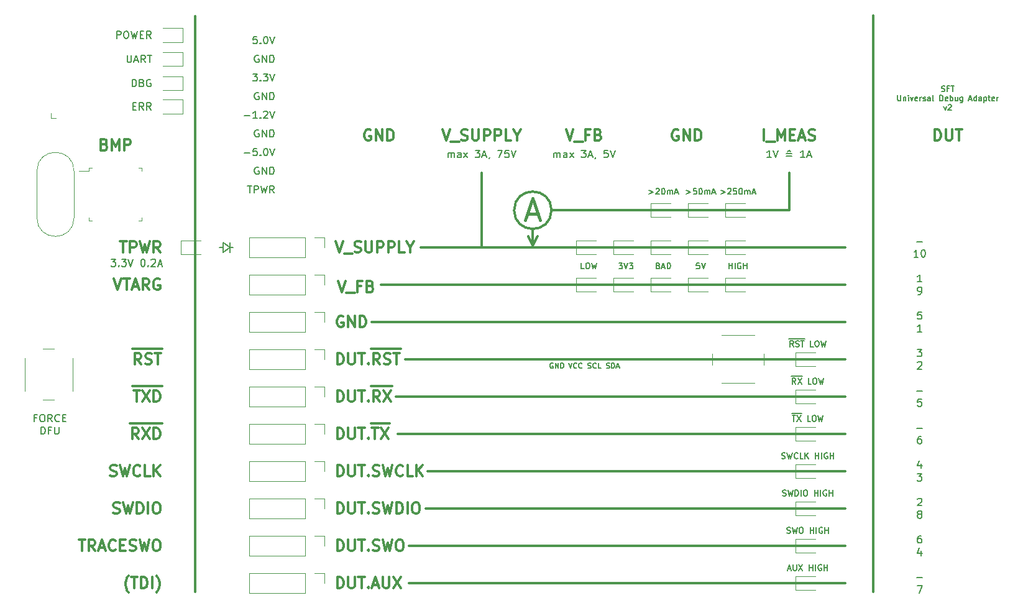
<source format=gbr>
G04 #@! TF.GenerationSoftware,KiCad,Pcbnew,5.1.10*
G04 #@! TF.CreationDate,2021-11-28T00:22:19+01:00*
G04 #@! TF.ProjectId,board,626f6172-642e-46b6-9963-61645f706362,rev?*
G04 #@! TF.SameCoordinates,Original*
G04 #@! TF.FileFunction,Legend,Top*
G04 #@! TF.FilePolarity,Positive*
%FSLAX46Y46*%
G04 Gerber Fmt 4.6, Leading zero omitted, Abs format (unit mm)*
G04 Created by KiCad (PCBNEW 5.1.10) date 2021-11-28 00:22:19*
%MOMM*%
%LPD*%
G01*
G04 APERTURE LIST*
%ADD10C,0.200000*%
%ADD11C,0.130000*%
%ADD12C,0.300000*%
%ADD13C,0.450000*%
%ADD14C,0.150000*%
%ADD15C,0.120000*%
G04 APERTURE END LIST*
D10*
X37174761Y-82852380D02*
X37793809Y-82852380D01*
X37460476Y-83233333D01*
X37603333Y-83233333D01*
X37698571Y-83280952D01*
X37746190Y-83328571D01*
X37793809Y-83423809D01*
X37793809Y-83661904D01*
X37746190Y-83757142D01*
X37698571Y-83804761D01*
X37603333Y-83852380D01*
X37317619Y-83852380D01*
X37222380Y-83804761D01*
X37174761Y-83757142D01*
X38222380Y-83757142D02*
X38270000Y-83804761D01*
X38222380Y-83852380D01*
X38174761Y-83804761D01*
X38222380Y-83757142D01*
X38222380Y-83852380D01*
X38603333Y-82852380D02*
X39222380Y-82852380D01*
X38889047Y-83233333D01*
X39031904Y-83233333D01*
X39127142Y-83280952D01*
X39174761Y-83328571D01*
X39222380Y-83423809D01*
X39222380Y-83661904D01*
X39174761Y-83757142D01*
X39127142Y-83804761D01*
X39031904Y-83852380D01*
X38746190Y-83852380D01*
X38650952Y-83804761D01*
X38603333Y-83757142D01*
X39508095Y-82852380D02*
X39841428Y-83852380D01*
X40174761Y-82852380D01*
X41460476Y-82852380D02*
X41555714Y-82852380D01*
X41650952Y-82900000D01*
X41698571Y-82947619D01*
X41746190Y-83042857D01*
X41793809Y-83233333D01*
X41793809Y-83471428D01*
X41746190Y-83661904D01*
X41698571Y-83757142D01*
X41650952Y-83804761D01*
X41555714Y-83852380D01*
X41460476Y-83852380D01*
X41365238Y-83804761D01*
X41317619Y-83757142D01*
X41270000Y-83661904D01*
X41222380Y-83471428D01*
X41222380Y-83233333D01*
X41270000Y-83042857D01*
X41317619Y-82947619D01*
X41365238Y-82900000D01*
X41460476Y-82852380D01*
X42222380Y-83757142D02*
X42270000Y-83804761D01*
X42222380Y-83852380D01*
X42174761Y-83804761D01*
X42222380Y-83757142D01*
X42222380Y-83852380D01*
X42650952Y-82947619D02*
X42698571Y-82900000D01*
X42793809Y-82852380D01*
X43031904Y-82852380D01*
X43127142Y-82900000D01*
X43174761Y-82947619D01*
X43222380Y-83042857D01*
X43222380Y-83138095D01*
X43174761Y-83280952D01*
X42603333Y-83852380D01*
X43222380Y-83852380D01*
X43603333Y-83566666D02*
X44079523Y-83566666D01*
X43508095Y-83852380D02*
X43841428Y-82852380D01*
X44174761Y-83852380D01*
X127111428Y-69032380D02*
X126540000Y-69032380D01*
X126825714Y-69032380D02*
X126825714Y-68032380D01*
X126730476Y-68175238D01*
X126635238Y-68270476D01*
X126540000Y-68318095D01*
X127397142Y-68032380D02*
X127730476Y-69032380D01*
X128063809Y-68032380D01*
X129159047Y-68508571D02*
X129920952Y-68508571D01*
X129920952Y-68794285D02*
X129159047Y-68794285D01*
X129349523Y-68222857D02*
X129540000Y-68080000D01*
X129730476Y-68222857D01*
X131682857Y-69032380D02*
X131111428Y-69032380D01*
X131397142Y-69032380D02*
X131397142Y-68032380D01*
X131301904Y-68175238D01*
X131206666Y-68270476D01*
X131111428Y-68318095D01*
X132063809Y-68746666D02*
X132540000Y-68746666D01*
X131968571Y-69032380D02*
X132301904Y-68032380D01*
X132635238Y-69032380D01*
X97504761Y-69032380D02*
X97504761Y-68365714D01*
X97504761Y-68460952D02*
X97552380Y-68413333D01*
X97647619Y-68365714D01*
X97790476Y-68365714D01*
X97885714Y-68413333D01*
X97933333Y-68508571D01*
X97933333Y-69032380D01*
X97933333Y-68508571D02*
X97980952Y-68413333D01*
X98076190Y-68365714D01*
X98219047Y-68365714D01*
X98314285Y-68413333D01*
X98361904Y-68508571D01*
X98361904Y-69032380D01*
X99266666Y-69032380D02*
X99266666Y-68508571D01*
X99219047Y-68413333D01*
X99123809Y-68365714D01*
X98933333Y-68365714D01*
X98838095Y-68413333D01*
X99266666Y-68984761D02*
X99171428Y-69032380D01*
X98933333Y-69032380D01*
X98838095Y-68984761D01*
X98790476Y-68889523D01*
X98790476Y-68794285D01*
X98838095Y-68699047D01*
X98933333Y-68651428D01*
X99171428Y-68651428D01*
X99266666Y-68603809D01*
X99647619Y-69032380D02*
X100171428Y-68365714D01*
X99647619Y-68365714D02*
X100171428Y-69032380D01*
X101219047Y-68032380D02*
X101838095Y-68032380D01*
X101504761Y-68413333D01*
X101647619Y-68413333D01*
X101742857Y-68460952D01*
X101790476Y-68508571D01*
X101838095Y-68603809D01*
X101838095Y-68841904D01*
X101790476Y-68937142D01*
X101742857Y-68984761D01*
X101647619Y-69032380D01*
X101361904Y-69032380D01*
X101266666Y-68984761D01*
X101219047Y-68937142D01*
X102219047Y-68746666D02*
X102695238Y-68746666D01*
X102123809Y-69032380D02*
X102457142Y-68032380D01*
X102790476Y-69032380D01*
X103171428Y-68984761D02*
X103171428Y-69032380D01*
X103123809Y-69127619D01*
X103076190Y-69175238D01*
X104838095Y-68032380D02*
X104361904Y-68032380D01*
X104314285Y-68508571D01*
X104361904Y-68460952D01*
X104457142Y-68413333D01*
X104695238Y-68413333D01*
X104790476Y-68460952D01*
X104838095Y-68508571D01*
X104885714Y-68603809D01*
X104885714Y-68841904D01*
X104838095Y-68937142D01*
X104790476Y-68984761D01*
X104695238Y-69032380D01*
X104457142Y-69032380D01*
X104361904Y-68984761D01*
X104314285Y-68937142D01*
X105171428Y-68032380D02*
X105504761Y-69032380D01*
X105838095Y-68032380D01*
X83058571Y-69032380D02*
X83058571Y-68365714D01*
X83058571Y-68460952D02*
X83106190Y-68413333D01*
X83201428Y-68365714D01*
X83344285Y-68365714D01*
X83439523Y-68413333D01*
X83487142Y-68508571D01*
X83487142Y-69032380D01*
X83487142Y-68508571D02*
X83534761Y-68413333D01*
X83630000Y-68365714D01*
X83772857Y-68365714D01*
X83868095Y-68413333D01*
X83915714Y-68508571D01*
X83915714Y-69032380D01*
X84820476Y-69032380D02*
X84820476Y-68508571D01*
X84772857Y-68413333D01*
X84677619Y-68365714D01*
X84487142Y-68365714D01*
X84391904Y-68413333D01*
X84820476Y-68984761D02*
X84725238Y-69032380D01*
X84487142Y-69032380D01*
X84391904Y-68984761D01*
X84344285Y-68889523D01*
X84344285Y-68794285D01*
X84391904Y-68699047D01*
X84487142Y-68651428D01*
X84725238Y-68651428D01*
X84820476Y-68603809D01*
X85201428Y-69032380D02*
X85725238Y-68365714D01*
X85201428Y-68365714D02*
X85725238Y-69032380D01*
X86772857Y-68032380D02*
X87391904Y-68032380D01*
X87058571Y-68413333D01*
X87201428Y-68413333D01*
X87296666Y-68460952D01*
X87344285Y-68508571D01*
X87391904Y-68603809D01*
X87391904Y-68841904D01*
X87344285Y-68937142D01*
X87296666Y-68984761D01*
X87201428Y-69032380D01*
X86915714Y-69032380D01*
X86820476Y-68984761D01*
X86772857Y-68937142D01*
X87772857Y-68746666D02*
X88249047Y-68746666D01*
X87677619Y-69032380D02*
X88010952Y-68032380D01*
X88344285Y-69032380D01*
X88725238Y-68984761D02*
X88725238Y-69032380D01*
X88677619Y-69127619D01*
X88630000Y-69175238D01*
X89820476Y-68032380D02*
X90487142Y-68032380D01*
X90058571Y-69032380D01*
X91344285Y-68032380D02*
X90868095Y-68032380D01*
X90820476Y-68508571D01*
X90868095Y-68460952D01*
X90963333Y-68413333D01*
X91201428Y-68413333D01*
X91296666Y-68460952D01*
X91344285Y-68508571D01*
X91391904Y-68603809D01*
X91391904Y-68841904D01*
X91344285Y-68937142D01*
X91296666Y-68984761D01*
X91201428Y-69032380D01*
X90963333Y-69032380D01*
X90868095Y-68984761D01*
X90820476Y-68937142D01*
X91677619Y-68032380D02*
X92010952Y-69032380D01*
X92344285Y-68032380D01*
D11*
X129489523Y-93675000D02*
X130289523Y-93675000D01*
X130137142Y-94781904D02*
X129870476Y-94400952D01*
X129680000Y-94781904D02*
X129680000Y-93981904D01*
X129984761Y-93981904D01*
X130060952Y-94020000D01*
X130099047Y-94058095D01*
X130137142Y-94134285D01*
X130137142Y-94248571D01*
X130099047Y-94324761D01*
X130060952Y-94362857D01*
X129984761Y-94400952D01*
X129680000Y-94400952D01*
X130289523Y-93675000D02*
X131051428Y-93675000D01*
X130441904Y-94743809D02*
X130556190Y-94781904D01*
X130746666Y-94781904D01*
X130822857Y-94743809D01*
X130860952Y-94705714D01*
X130899047Y-94629523D01*
X130899047Y-94553333D01*
X130860952Y-94477142D01*
X130822857Y-94439047D01*
X130746666Y-94400952D01*
X130594285Y-94362857D01*
X130518095Y-94324761D01*
X130480000Y-94286666D01*
X130441904Y-94210476D01*
X130441904Y-94134285D01*
X130480000Y-94058095D01*
X130518095Y-94020000D01*
X130594285Y-93981904D01*
X130784761Y-93981904D01*
X130899047Y-94020000D01*
X131051428Y-93675000D02*
X131660952Y-93675000D01*
X131127619Y-93981904D02*
X131584761Y-93981904D01*
X131356190Y-94781904D02*
X131356190Y-93981904D01*
X132841904Y-94781904D02*
X132460952Y-94781904D01*
X132460952Y-93981904D01*
X133260952Y-93981904D02*
X133413333Y-93981904D01*
X133489523Y-94020000D01*
X133565714Y-94096190D01*
X133603809Y-94248571D01*
X133603809Y-94515238D01*
X133565714Y-94667619D01*
X133489523Y-94743809D01*
X133413333Y-94781904D01*
X133260952Y-94781904D01*
X133184761Y-94743809D01*
X133108571Y-94667619D01*
X133070476Y-94515238D01*
X133070476Y-94248571D01*
X133108571Y-94096190D01*
X133184761Y-94020000D01*
X133260952Y-93981904D01*
X133870476Y-93981904D02*
X134060952Y-94781904D01*
X134213333Y-94210476D01*
X134365714Y-94781904D01*
X134556190Y-93981904D01*
X129794285Y-98755000D02*
X130594285Y-98755000D01*
X130441904Y-99861904D02*
X130175238Y-99480952D01*
X129984761Y-99861904D02*
X129984761Y-99061904D01*
X130289523Y-99061904D01*
X130365714Y-99100000D01*
X130403809Y-99138095D01*
X130441904Y-99214285D01*
X130441904Y-99328571D01*
X130403809Y-99404761D01*
X130365714Y-99442857D01*
X130289523Y-99480952D01*
X129984761Y-99480952D01*
X130594285Y-98755000D02*
X131356190Y-98755000D01*
X130708571Y-99061904D02*
X131241904Y-99861904D01*
X131241904Y-99061904D02*
X130708571Y-99861904D01*
X132537142Y-99861904D02*
X132156190Y-99861904D01*
X132156190Y-99061904D01*
X132956190Y-99061904D02*
X133108571Y-99061904D01*
X133184761Y-99100000D01*
X133260952Y-99176190D01*
X133299047Y-99328571D01*
X133299047Y-99595238D01*
X133260952Y-99747619D01*
X133184761Y-99823809D01*
X133108571Y-99861904D01*
X132956190Y-99861904D01*
X132880000Y-99823809D01*
X132803809Y-99747619D01*
X132765714Y-99595238D01*
X132765714Y-99328571D01*
X132803809Y-99176190D01*
X132880000Y-99100000D01*
X132956190Y-99061904D01*
X133565714Y-99061904D02*
X133756190Y-99861904D01*
X133908571Y-99290476D01*
X134060952Y-99861904D01*
X134251428Y-99061904D01*
X129889523Y-103835000D02*
X130499047Y-103835000D01*
X129965714Y-104141904D02*
X130422857Y-104141904D01*
X130194285Y-104941904D02*
X130194285Y-104141904D01*
X130499047Y-103835000D02*
X131260952Y-103835000D01*
X130613333Y-104141904D02*
X131146666Y-104941904D01*
X131146666Y-104141904D02*
X130613333Y-104941904D01*
X132441904Y-104941904D02*
X132060952Y-104941904D01*
X132060952Y-104141904D01*
X132860952Y-104141904D02*
X133013333Y-104141904D01*
X133089523Y-104180000D01*
X133165714Y-104256190D01*
X133203809Y-104408571D01*
X133203809Y-104675238D01*
X133165714Y-104827619D01*
X133089523Y-104903809D01*
X133013333Y-104941904D01*
X132860952Y-104941904D01*
X132784761Y-104903809D01*
X132708571Y-104827619D01*
X132670476Y-104675238D01*
X132670476Y-104408571D01*
X132708571Y-104256190D01*
X132784761Y-104180000D01*
X132860952Y-104141904D01*
X133470476Y-104141904D02*
X133660952Y-104941904D01*
X133813333Y-104370476D01*
X133965714Y-104941904D01*
X134156190Y-104141904D01*
X128537142Y-109983809D02*
X128651428Y-110021904D01*
X128841904Y-110021904D01*
X128918095Y-109983809D01*
X128956190Y-109945714D01*
X128994285Y-109869523D01*
X128994285Y-109793333D01*
X128956190Y-109717142D01*
X128918095Y-109679047D01*
X128841904Y-109640952D01*
X128689523Y-109602857D01*
X128613333Y-109564761D01*
X128575238Y-109526666D01*
X128537142Y-109450476D01*
X128537142Y-109374285D01*
X128575238Y-109298095D01*
X128613333Y-109260000D01*
X128689523Y-109221904D01*
X128880000Y-109221904D01*
X128994285Y-109260000D01*
X129260952Y-109221904D02*
X129451428Y-110021904D01*
X129603809Y-109450476D01*
X129756190Y-110021904D01*
X129946666Y-109221904D01*
X130708571Y-109945714D02*
X130670476Y-109983809D01*
X130556190Y-110021904D01*
X130480000Y-110021904D01*
X130365714Y-109983809D01*
X130289523Y-109907619D01*
X130251428Y-109831428D01*
X130213333Y-109679047D01*
X130213333Y-109564761D01*
X130251428Y-109412380D01*
X130289523Y-109336190D01*
X130365714Y-109260000D01*
X130480000Y-109221904D01*
X130556190Y-109221904D01*
X130670476Y-109260000D01*
X130708571Y-109298095D01*
X131432380Y-110021904D02*
X131051428Y-110021904D01*
X131051428Y-109221904D01*
X131699047Y-110021904D02*
X131699047Y-109221904D01*
X132156190Y-110021904D02*
X131813333Y-109564761D01*
X132156190Y-109221904D02*
X131699047Y-109679047D01*
X133108571Y-110021904D02*
X133108571Y-109221904D01*
X133108571Y-109602857D02*
X133565714Y-109602857D01*
X133565714Y-110021904D02*
X133565714Y-109221904D01*
X133946666Y-110021904D02*
X133946666Y-109221904D01*
X134746666Y-109260000D02*
X134670476Y-109221904D01*
X134556190Y-109221904D01*
X134441904Y-109260000D01*
X134365714Y-109336190D01*
X134327619Y-109412380D01*
X134289523Y-109564761D01*
X134289523Y-109679047D01*
X134327619Y-109831428D01*
X134365714Y-109907619D01*
X134441904Y-109983809D01*
X134556190Y-110021904D01*
X134632380Y-110021904D01*
X134746666Y-109983809D01*
X134784761Y-109945714D01*
X134784761Y-109679047D01*
X134632380Y-109679047D01*
X135127619Y-110021904D02*
X135127619Y-109221904D01*
X135127619Y-109602857D02*
X135584761Y-109602857D01*
X135584761Y-110021904D02*
X135584761Y-109221904D01*
X128651428Y-115063809D02*
X128765714Y-115101904D01*
X128956190Y-115101904D01*
X129032380Y-115063809D01*
X129070476Y-115025714D01*
X129108571Y-114949523D01*
X129108571Y-114873333D01*
X129070476Y-114797142D01*
X129032380Y-114759047D01*
X128956190Y-114720952D01*
X128803809Y-114682857D01*
X128727619Y-114644761D01*
X128689523Y-114606666D01*
X128651428Y-114530476D01*
X128651428Y-114454285D01*
X128689523Y-114378095D01*
X128727619Y-114340000D01*
X128803809Y-114301904D01*
X128994285Y-114301904D01*
X129108571Y-114340000D01*
X129375238Y-114301904D02*
X129565714Y-115101904D01*
X129718095Y-114530476D01*
X129870476Y-115101904D01*
X130060952Y-114301904D01*
X130365714Y-115101904D02*
X130365714Y-114301904D01*
X130556190Y-114301904D01*
X130670476Y-114340000D01*
X130746666Y-114416190D01*
X130784761Y-114492380D01*
X130822857Y-114644761D01*
X130822857Y-114759047D01*
X130784761Y-114911428D01*
X130746666Y-114987619D01*
X130670476Y-115063809D01*
X130556190Y-115101904D01*
X130365714Y-115101904D01*
X131165714Y-115101904D02*
X131165714Y-114301904D01*
X131699047Y-114301904D02*
X131851428Y-114301904D01*
X131927619Y-114340000D01*
X132003809Y-114416190D01*
X132041904Y-114568571D01*
X132041904Y-114835238D01*
X132003809Y-114987619D01*
X131927619Y-115063809D01*
X131851428Y-115101904D01*
X131699047Y-115101904D01*
X131622857Y-115063809D01*
X131546666Y-114987619D01*
X131508571Y-114835238D01*
X131508571Y-114568571D01*
X131546666Y-114416190D01*
X131622857Y-114340000D01*
X131699047Y-114301904D01*
X132994285Y-115101904D02*
X132994285Y-114301904D01*
X132994285Y-114682857D02*
X133451428Y-114682857D01*
X133451428Y-115101904D02*
X133451428Y-114301904D01*
X133832380Y-115101904D02*
X133832380Y-114301904D01*
X134632380Y-114340000D02*
X134556190Y-114301904D01*
X134441904Y-114301904D01*
X134327619Y-114340000D01*
X134251428Y-114416190D01*
X134213333Y-114492380D01*
X134175238Y-114644761D01*
X134175238Y-114759047D01*
X134213333Y-114911428D01*
X134251428Y-114987619D01*
X134327619Y-115063809D01*
X134441904Y-115101904D01*
X134518095Y-115101904D01*
X134632380Y-115063809D01*
X134670476Y-115025714D01*
X134670476Y-114759047D01*
X134518095Y-114759047D01*
X135013333Y-115101904D02*
X135013333Y-114301904D01*
X135013333Y-114682857D02*
X135470476Y-114682857D01*
X135470476Y-115101904D02*
X135470476Y-114301904D01*
X129241904Y-120143809D02*
X129356190Y-120181904D01*
X129546666Y-120181904D01*
X129622857Y-120143809D01*
X129660952Y-120105714D01*
X129699047Y-120029523D01*
X129699047Y-119953333D01*
X129660952Y-119877142D01*
X129622857Y-119839047D01*
X129546666Y-119800952D01*
X129394285Y-119762857D01*
X129318095Y-119724761D01*
X129280000Y-119686666D01*
X129241904Y-119610476D01*
X129241904Y-119534285D01*
X129280000Y-119458095D01*
X129318095Y-119420000D01*
X129394285Y-119381904D01*
X129584761Y-119381904D01*
X129699047Y-119420000D01*
X129965714Y-119381904D02*
X130156190Y-120181904D01*
X130308571Y-119610476D01*
X130460952Y-120181904D01*
X130651428Y-119381904D01*
X131108571Y-119381904D02*
X131260952Y-119381904D01*
X131337142Y-119420000D01*
X131413333Y-119496190D01*
X131451428Y-119648571D01*
X131451428Y-119915238D01*
X131413333Y-120067619D01*
X131337142Y-120143809D01*
X131260952Y-120181904D01*
X131108571Y-120181904D01*
X131032380Y-120143809D01*
X130956190Y-120067619D01*
X130918095Y-119915238D01*
X130918095Y-119648571D01*
X130956190Y-119496190D01*
X131032380Y-119420000D01*
X131108571Y-119381904D01*
X132403809Y-120181904D02*
X132403809Y-119381904D01*
X132403809Y-119762857D02*
X132860952Y-119762857D01*
X132860952Y-120181904D02*
X132860952Y-119381904D01*
X133241904Y-120181904D02*
X133241904Y-119381904D01*
X134041904Y-119420000D02*
X133965714Y-119381904D01*
X133851428Y-119381904D01*
X133737142Y-119420000D01*
X133660952Y-119496190D01*
X133622857Y-119572380D01*
X133584761Y-119724761D01*
X133584761Y-119839047D01*
X133622857Y-119991428D01*
X133660952Y-120067619D01*
X133737142Y-120143809D01*
X133851428Y-120181904D01*
X133927619Y-120181904D01*
X134041904Y-120143809D01*
X134080000Y-120105714D01*
X134080000Y-119839047D01*
X133927619Y-119839047D01*
X134422857Y-120181904D02*
X134422857Y-119381904D01*
X134422857Y-119762857D02*
X134880000Y-119762857D01*
X134880000Y-120181904D02*
X134880000Y-119381904D01*
X129356190Y-125033333D02*
X129737142Y-125033333D01*
X129280000Y-125261904D02*
X129546666Y-124461904D01*
X129813333Y-125261904D01*
X130080000Y-124461904D02*
X130080000Y-125109523D01*
X130118095Y-125185714D01*
X130156190Y-125223809D01*
X130232380Y-125261904D01*
X130384761Y-125261904D01*
X130460952Y-125223809D01*
X130499047Y-125185714D01*
X130537142Y-125109523D01*
X130537142Y-124461904D01*
X130841904Y-124461904D02*
X131375238Y-125261904D01*
X131375238Y-124461904D02*
X130841904Y-125261904D01*
X132289523Y-125261904D02*
X132289523Y-124461904D01*
X132289523Y-124842857D02*
X132746666Y-124842857D01*
X132746666Y-125261904D02*
X132746666Y-124461904D01*
X133127619Y-125261904D02*
X133127619Y-124461904D01*
X133927619Y-124500000D02*
X133851428Y-124461904D01*
X133737142Y-124461904D01*
X133622857Y-124500000D01*
X133546666Y-124576190D01*
X133508571Y-124652380D01*
X133470476Y-124804761D01*
X133470476Y-124919047D01*
X133508571Y-125071428D01*
X133546666Y-125147619D01*
X133622857Y-125223809D01*
X133737142Y-125261904D01*
X133813333Y-125261904D01*
X133927619Y-125223809D01*
X133965714Y-125185714D01*
X133965714Y-124919047D01*
X133813333Y-124919047D01*
X134308571Y-125261904D02*
X134308571Y-124461904D01*
X134308571Y-124842857D02*
X134765714Y-124842857D01*
X134765714Y-125261904D02*
X134765714Y-124461904D01*
D12*
X87630000Y-81280000D02*
X87630000Y-71120000D01*
X137160000Y-127000000D02*
X77724000Y-127000000D01*
X129540000Y-76200000D02*
X129540000Y-71120000D01*
X94615000Y-81026000D02*
X95250000Y-79756000D01*
X93980000Y-79756000D02*
X94615000Y-81026000D01*
X94615000Y-78740000D02*
X94615000Y-81026000D01*
D13*
X93900714Y-76700000D02*
X95329285Y-76700000D01*
X93615000Y-77557142D02*
X94615000Y-74557142D01*
X95615000Y-77557142D01*
D12*
X97155000Y-76200000D02*
G75*
G03*
X97155000Y-76200000I-2540000J0D01*
G01*
D10*
X55750476Y-72858380D02*
X56321904Y-72858380D01*
X56036190Y-73858380D02*
X56036190Y-72858380D01*
X56655238Y-73858380D02*
X56655238Y-72858380D01*
X57036190Y-72858380D01*
X57131428Y-72906000D01*
X57179047Y-72953619D01*
X57226666Y-73048857D01*
X57226666Y-73191714D01*
X57179047Y-73286952D01*
X57131428Y-73334571D01*
X57036190Y-73382190D01*
X56655238Y-73382190D01*
X57560000Y-72858380D02*
X57798095Y-73858380D01*
X57988571Y-73144095D01*
X58179047Y-73858380D01*
X58417142Y-72858380D01*
X59369523Y-73858380D02*
X59036190Y-73382190D01*
X58798095Y-73858380D02*
X58798095Y-72858380D01*
X59179047Y-72858380D01*
X59274285Y-72906000D01*
X59321904Y-72953619D01*
X59369523Y-73048857D01*
X59369523Y-73191714D01*
X59321904Y-73286952D01*
X59274285Y-73334571D01*
X59179047Y-73382190D01*
X58798095Y-73382190D01*
X53405000Y-81280000D02*
X52405000Y-81980000D01*
X52405000Y-81980000D02*
X52405000Y-80580000D01*
X53805000Y-81280000D02*
X53405000Y-81280000D01*
X53405000Y-81980000D02*
X53405000Y-80580000D01*
X52405000Y-80580000D02*
X53405000Y-81280000D01*
X51905000Y-81280000D02*
X52405000Y-81280000D01*
D12*
X38413714Y-80458571D02*
X39270857Y-80458571D01*
X38842285Y-81958571D02*
X38842285Y-80458571D01*
X39770857Y-81958571D02*
X39770857Y-80458571D01*
X40342285Y-80458571D01*
X40485142Y-80530000D01*
X40556571Y-80601428D01*
X40628000Y-80744285D01*
X40628000Y-80958571D01*
X40556571Y-81101428D01*
X40485142Y-81172857D01*
X40342285Y-81244285D01*
X39770857Y-81244285D01*
X41128000Y-80458571D02*
X41485142Y-81958571D01*
X41770857Y-80887142D01*
X42056571Y-81958571D01*
X42413714Y-80458571D01*
X43842285Y-81958571D02*
X43342285Y-81244285D01*
X42985142Y-81958571D02*
X42985142Y-80458571D01*
X43556571Y-80458571D01*
X43699428Y-80530000D01*
X43770857Y-80601428D01*
X43842285Y-80744285D01*
X43842285Y-80958571D01*
X43770857Y-81101428D01*
X43699428Y-81172857D01*
X43556571Y-81244285D01*
X42985142Y-81244285D01*
D14*
X150308571Y-59988571D02*
X150415714Y-60024285D01*
X150594285Y-60024285D01*
X150665714Y-59988571D01*
X150701428Y-59952857D01*
X150737142Y-59881428D01*
X150737142Y-59810000D01*
X150701428Y-59738571D01*
X150665714Y-59702857D01*
X150594285Y-59667142D01*
X150451428Y-59631428D01*
X150380000Y-59595714D01*
X150344285Y-59560000D01*
X150308571Y-59488571D01*
X150308571Y-59417142D01*
X150344285Y-59345714D01*
X150380000Y-59310000D01*
X150451428Y-59274285D01*
X150630000Y-59274285D01*
X150737142Y-59310000D01*
X151308571Y-59631428D02*
X151058571Y-59631428D01*
X151058571Y-60024285D02*
X151058571Y-59274285D01*
X151415714Y-59274285D01*
X151594285Y-59274285D02*
X152022857Y-59274285D01*
X151808571Y-60024285D02*
X151808571Y-59274285D01*
X144326428Y-60549285D02*
X144326428Y-61156428D01*
X144362142Y-61227857D01*
X144397857Y-61263571D01*
X144469285Y-61299285D01*
X144612142Y-61299285D01*
X144683571Y-61263571D01*
X144719285Y-61227857D01*
X144755000Y-61156428D01*
X144755000Y-60549285D01*
X145112142Y-60799285D02*
X145112142Y-61299285D01*
X145112142Y-60870714D02*
X145147857Y-60835000D01*
X145219285Y-60799285D01*
X145326428Y-60799285D01*
X145397857Y-60835000D01*
X145433571Y-60906428D01*
X145433571Y-61299285D01*
X145790714Y-61299285D02*
X145790714Y-60799285D01*
X145790714Y-60549285D02*
X145755000Y-60585000D01*
X145790714Y-60620714D01*
X145826428Y-60585000D01*
X145790714Y-60549285D01*
X145790714Y-60620714D01*
X146076428Y-60799285D02*
X146255000Y-61299285D01*
X146433571Y-60799285D01*
X147005000Y-61263571D02*
X146933571Y-61299285D01*
X146790714Y-61299285D01*
X146719285Y-61263571D01*
X146683571Y-61192142D01*
X146683571Y-60906428D01*
X146719285Y-60835000D01*
X146790714Y-60799285D01*
X146933571Y-60799285D01*
X147005000Y-60835000D01*
X147040714Y-60906428D01*
X147040714Y-60977857D01*
X146683571Y-61049285D01*
X147362142Y-61299285D02*
X147362142Y-60799285D01*
X147362142Y-60942142D02*
X147397857Y-60870714D01*
X147433571Y-60835000D01*
X147505000Y-60799285D01*
X147576428Y-60799285D01*
X147790714Y-61263571D02*
X147862142Y-61299285D01*
X148005000Y-61299285D01*
X148076428Y-61263571D01*
X148112142Y-61192142D01*
X148112142Y-61156428D01*
X148076428Y-61085000D01*
X148005000Y-61049285D01*
X147897857Y-61049285D01*
X147826428Y-61013571D01*
X147790714Y-60942142D01*
X147790714Y-60906428D01*
X147826428Y-60835000D01*
X147897857Y-60799285D01*
X148005000Y-60799285D01*
X148076428Y-60835000D01*
X148755000Y-61299285D02*
X148755000Y-60906428D01*
X148719285Y-60835000D01*
X148647857Y-60799285D01*
X148505000Y-60799285D01*
X148433571Y-60835000D01*
X148755000Y-61263571D02*
X148683571Y-61299285D01*
X148505000Y-61299285D01*
X148433571Y-61263571D01*
X148397857Y-61192142D01*
X148397857Y-61120714D01*
X148433571Y-61049285D01*
X148505000Y-61013571D01*
X148683571Y-61013571D01*
X148755000Y-60977857D01*
X149219285Y-61299285D02*
X149147857Y-61263571D01*
X149112142Y-61192142D01*
X149112142Y-60549285D01*
X150076428Y-61299285D02*
X150076428Y-60549285D01*
X150255000Y-60549285D01*
X150362142Y-60585000D01*
X150433571Y-60656428D01*
X150469285Y-60727857D01*
X150505000Y-60870714D01*
X150505000Y-60977857D01*
X150469285Y-61120714D01*
X150433571Y-61192142D01*
X150362142Y-61263571D01*
X150255000Y-61299285D01*
X150076428Y-61299285D01*
X151112142Y-61263571D02*
X151040714Y-61299285D01*
X150897857Y-61299285D01*
X150826428Y-61263571D01*
X150790714Y-61192142D01*
X150790714Y-60906428D01*
X150826428Y-60835000D01*
X150897857Y-60799285D01*
X151040714Y-60799285D01*
X151112142Y-60835000D01*
X151147857Y-60906428D01*
X151147857Y-60977857D01*
X150790714Y-61049285D01*
X151469285Y-61299285D02*
X151469285Y-60549285D01*
X151469285Y-60835000D02*
X151540714Y-60799285D01*
X151683571Y-60799285D01*
X151755000Y-60835000D01*
X151790714Y-60870714D01*
X151826428Y-60942142D01*
X151826428Y-61156428D01*
X151790714Y-61227857D01*
X151755000Y-61263571D01*
X151683571Y-61299285D01*
X151540714Y-61299285D01*
X151469285Y-61263571D01*
X152469285Y-60799285D02*
X152469285Y-61299285D01*
X152147857Y-60799285D02*
X152147857Y-61192142D01*
X152183571Y-61263571D01*
X152255000Y-61299285D01*
X152362142Y-61299285D01*
X152433571Y-61263571D01*
X152469285Y-61227857D01*
X153147857Y-60799285D02*
X153147857Y-61406428D01*
X153112142Y-61477857D01*
X153076428Y-61513571D01*
X153005000Y-61549285D01*
X152897857Y-61549285D01*
X152826428Y-61513571D01*
X153147857Y-61263571D02*
X153076428Y-61299285D01*
X152933571Y-61299285D01*
X152862142Y-61263571D01*
X152826428Y-61227857D01*
X152790714Y-61156428D01*
X152790714Y-60942142D01*
X152826428Y-60870714D01*
X152862142Y-60835000D01*
X152933571Y-60799285D01*
X153076428Y-60799285D01*
X153147857Y-60835000D01*
X154040714Y-61085000D02*
X154397857Y-61085000D01*
X153969285Y-61299285D02*
X154219285Y-60549285D01*
X154469285Y-61299285D01*
X155040714Y-61299285D02*
X155040714Y-60549285D01*
X155040714Y-61263571D02*
X154969285Y-61299285D01*
X154826428Y-61299285D01*
X154755000Y-61263571D01*
X154719285Y-61227857D01*
X154683571Y-61156428D01*
X154683571Y-60942142D01*
X154719285Y-60870714D01*
X154755000Y-60835000D01*
X154826428Y-60799285D01*
X154969285Y-60799285D01*
X155040714Y-60835000D01*
X155719285Y-61299285D02*
X155719285Y-60906428D01*
X155683571Y-60835000D01*
X155612142Y-60799285D01*
X155469285Y-60799285D01*
X155397857Y-60835000D01*
X155719285Y-61263571D02*
X155647857Y-61299285D01*
X155469285Y-61299285D01*
X155397857Y-61263571D01*
X155362142Y-61192142D01*
X155362142Y-61120714D01*
X155397857Y-61049285D01*
X155469285Y-61013571D01*
X155647857Y-61013571D01*
X155719285Y-60977857D01*
X156076428Y-60799285D02*
X156076428Y-61549285D01*
X156076428Y-60835000D02*
X156147857Y-60799285D01*
X156290714Y-60799285D01*
X156362142Y-60835000D01*
X156397857Y-60870714D01*
X156433571Y-60942142D01*
X156433571Y-61156428D01*
X156397857Y-61227857D01*
X156362142Y-61263571D01*
X156290714Y-61299285D01*
X156147857Y-61299285D01*
X156076428Y-61263571D01*
X156647857Y-60799285D02*
X156933571Y-60799285D01*
X156755000Y-60549285D02*
X156755000Y-61192142D01*
X156790714Y-61263571D01*
X156862142Y-61299285D01*
X156933571Y-61299285D01*
X157469285Y-61263571D02*
X157397857Y-61299285D01*
X157255000Y-61299285D01*
X157183571Y-61263571D01*
X157147857Y-61192142D01*
X157147857Y-60906428D01*
X157183571Y-60835000D01*
X157255000Y-60799285D01*
X157397857Y-60799285D01*
X157469285Y-60835000D01*
X157505000Y-60906428D01*
X157505000Y-60977857D01*
X157147857Y-61049285D01*
X157826428Y-61299285D02*
X157826428Y-60799285D01*
X157826428Y-60942142D02*
X157862142Y-60870714D01*
X157897857Y-60835000D01*
X157969285Y-60799285D01*
X158040714Y-60799285D01*
X150594285Y-62074285D02*
X150772857Y-62574285D01*
X150951428Y-62074285D01*
X151201428Y-61895714D02*
X151237142Y-61860000D01*
X151308571Y-61824285D01*
X151487142Y-61824285D01*
X151558571Y-61860000D01*
X151594285Y-61895714D01*
X151630000Y-61967142D01*
X151630000Y-62038571D01*
X151594285Y-62145714D01*
X151165714Y-62574285D01*
X151630000Y-62574285D01*
D12*
X129540000Y-76200000D02*
X97155000Y-76200000D01*
X137160000Y-81280000D02*
X79375000Y-81280000D01*
X137160000Y-86360000D02*
X73914000Y-86360000D01*
X137160000Y-91440000D02*
X72644000Y-91440000D01*
X137160000Y-121920000D02*
X77724000Y-121920000D01*
X137160000Y-116840000D02*
X80010000Y-116840000D01*
X137160000Y-111760000D02*
X80264000Y-111760000D01*
X137160000Y-106680000D02*
X76200000Y-106680000D01*
X137160000Y-101600000D02*
X75946000Y-101600000D01*
X77216000Y-96520000D02*
X137160000Y-96520000D01*
D10*
X26995666Y-104478571D02*
X26662333Y-104478571D01*
X26662333Y-105002380D02*
X26662333Y-104002380D01*
X27138523Y-104002380D01*
X27709952Y-104002380D02*
X27900428Y-104002380D01*
X27995666Y-104050000D01*
X28090904Y-104145238D01*
X28138523Y-104335714D01*
X28138523Y-104669047D01*
X28090904Y-104859523D01*
X27995666Y-104954761D01*
X27900428Y-105002380D01*
X27709952Y-105002380D01*
X27614714Y-104954761D01*
X27519476Y-104859523D01*
X27471857Y-104669047D01*
X27471857Y-104335714D01*
X27519476Y-104145238D01*
X27614714Y-104050000D01*
X27709952Y-104002380D01*
X29138523Y-105002380D02*
X28805190Y-104526190D01*
X28567095Y-105002380D02*
X28567095Y-104002380D01*
X28948047Y-104002380D01*
X29043285Y-104050000D01*
X29090904Y-104097619D01*
X29138523Y-104192857D01*
X29138523Y-104335714D01*
X29090904Y-104430952D01*
X29043285Y-104478571D01*
X28948047Y-104526190D01*
X28567095Y-104526190D01*
X30138523Y-104907142D02*
X30090904Y-104954761D01*
X29948047Y-105002380D01*
X29852809Y-105002380D01*
X29709952Y-104954761D01*
X29614714Y-104859523D01*
X29567095Y-104764285D01*
X29519476Y-104573809D01*
X29519476Y-104430952D01*
X29567095Y-104240476D01*
X29614714Y-104145238D01*
X29709952Y-104050000D01*
X29852809Y-104002380D01*
X29948047Y-104002380D01*
X30090904Y-104050000D01*
X30138523Y-104097619D01*
X30567095Y-104478571D02*
X30900428Y-104478571D01*
X31043285Y-105002380D02*
X30567095Y-105002380D01*
X30567095Y-104002380D01*
X31043285Y-104002380D01*
X27614714Y-106702380D02*
X27614714Y-105702380D01*
X27852809Y-105702380D01*
X27995666Y-105750000D01*
X28090904Y-105845238D01*
X28138523Y-105940476D01*
X28186142Y-106130952D01*
X28186142Y-106273809D01*
X28138523Y-106464285D01*
X28090904Y-106559523D01*
X27995666Y-106654761D01*
X27852809Y-106702380D01*
X27614714Y-106702380D01*
X28948047Y-106178571D02*
X28614714Y-106178571D01*
X28614714Y-106702380D02*
X28614714Y-105702380D01*
X29090904Y-105702380D01*
X29471857Y-105702380D02*
X29471857Y-106511904D01*
X29519476Y-106607142D01*
X29567095Y-106654761D01*
X29662333Y-106702380D01*
X29852809Y-106702380D01*
X29948047Y-106654761D01*
X29995666Y-106607142D01*
X30043285Y-106511904D01*
X30043285Y-105702380D01*
X37938857Y-52801780D02*
X37938857Y-51801780D01*
X38319809Y-51801780D01*
X38415047Y-51849400D01*
X38462666Y-51897019D01*
X38510285Y-51992257D01*
X38510285Y-52135114D01*
X38462666Y-52230352D01*
X38415047Y-52277971D01*
X38319809Y-52325590D01*
X37938857Y-52325590D01*
X39129333Y-51801780D02*
X39319809Y-51801780D01*
X39415047Y-51849400D01*
X39510285Y-51944638D01*
X39557904Y-52135114D01*
X39557904Y-52468447D01*
X39510285Y-52658923D01*
X39415047Y-52754161D01*
X39319809Y-52801780D01*
X39129333Y-52801780D01*
X39034095Y-52754161D01*
X38938857Y-52658923D01*
X38891238Y-52468447D01*
X38891238Y-52135114D01*
X38938857Y-51944638D01*
X39034095Y-51849400D01*
X39129333Y-51801780D01*
X39891238Y-51801780D02*
X40129333Y-52801780D01*
X40319809Y-52087495D01*
X40510285Y-52801780D01*
X40748380Y-51801780D01*
X41129333Y-52277971D02*
X41462666Y-52277971D01*
X41605523Y-52801780D02*
X41129333Y-52801780D01*
X41129333Y-51801780D01*
X41605523Y-51801780D01*
X42605523Y-52801780D02*
X42272190Y-52325590D01*
X42034095Y-52801780D02*
X42034095Y-51801780D01*
X42415047Y-51801780D01*
X42510285Y-51849400D01*
X42557904Y-51897019D01*
X42605523Y-51992257D01*
X42605523Y-52135114D01*
X42557904Y-52230352D01*
X42510285Y-52277971D01*
X42415047Y-52325590D01*
X42034095Y-52325590D01*
X57036190Y-52538380D02*
X56560000Y-52538380D01*
X56512380Y-53014571D01*
X56560000Y-52966952D01*
X56655238Y-52919333D01*
X56893333Y-52919333D01*
X56988571Y-52966952D01*
X57036190Y-53014571D01*
X57083809Y-53109809D01*
X57083809Y-53347904D01*
X57036190Y-53443142D01*
X56988571Y-53490761D01*
X56893333Y-53538380D01*
X56655238Y-53538380D01*
X56560000Y-53490761D01*
X56512380Y-53443142D01*
X57512380Y-53443142D02*
X57560000Y-53490761D01*
X57512380Y-53538380D01*
X57464761Y-53490761D01*
X57512380Y-53443142D01*
X57512380Y-53538380D01*
X58179047Y-52538380D02*
X58274285Y-52538380D01*
X58369523Y-52586000D01*
X58417142Y-52633619D01*
X58464761Y-52728857D01*
X58512380Y-52919333D01*
X58512380Y-53157428D01*
X58464761Y-53347904D01*
X58417142Y-53443142D01*
X58369523Y-53490761D01*
X58274285Y-53538380D01*
X58179047Y-53538380D01*
X58083809Y-53490761D01*
X58036190Y-53443142D01*
X57988571Y-53347904D01*
X57940952Y-53157428D01*
X57940952Y-52919333D01*
X57988571Y-52728857D01*
X58036190Y-52633619D01*
X58083809Y-52586000D01*
X58179047Y-52538380D01*
X58798095Y-52538380D02*
X59131428Y-53538380D01*
X59464761Y-52538380D01*
X57274285Y-70366000D02*
X57179047Y-70318380D01*
X57036190Y-70318380D01*
X56893333Y-70366000D01*
X56798095Y-70461238D01*
X56750476Y-70556476D01*
X56702857Y-70746952D01*
X56702857Y-70889809D01*
X56750476Y-71080285D01*
X56798095Y-71175523D01*
X56893333Y-71270761D01*
X57036190Y-71318380D01*
X57131428Y-71318380D01*
X57274285Y-71270761D01*
X57321904Y-71223142D01*
X57321904Y-70889809D01*
X57131428Y-70889809D01*
X57750476Y-71318380D02*
X57750476Y-70318380D01*
X58321904Y-71318380D01*
X58321904Y-70318380D01*
X58798095Y-71318380D02*
X58798095Y-70318380D01*
X59036190Y-70318380D01*
X59179047Y-70366000D01*
X59274285Y-70461238D01*
X59321904Y-70556476D01*
X59369523Y-70746952D01*
X59369523Y-70889809D01*
X59321904Y-71080285D01*
X59274285Y-71175523D01*
X59179047Y-71270761D01*
X59036190Y-71318380D01*
X58798095Y-71318380D01*
X55321904Y-68397428D02*
X56083809Y-68397428D01*
X57036190Y-67778380D02*
X56560000Y-67778380D01*
X56512380Y-68254571D01*
X56560000Y-68206952D01*
X56655238Y-68159333D01*
X56893333Y-68159333D01*
X56988571Y-68206952D01*
X57036190Y-68254571D01*
X57083809Y-68349809D01*
X57083809Y-68587904D01*
X57036190Y-68683142D01*
X56988571Y-68730761D01*
X56893333Y-68778380D01*
X56655238Y-68778380D01*
X56560000Y-68730761D01*
X56512380Y-68683142D01*
X57512380Y-68683142D02*
X57560000Y-68730761D01*
X57512380Y-68778380D01*
X57464761Y-68730761D01*
X57512380Y-68683142D01*
X57512380Y-68778380D01*
X58179047Y-67778380D02*
X58274285Y-67778380D01*
X58369523Y-67826000D01*
X58417142Y-67873619D01*
X58464761Y-67968857D01*
X58512380Y-68159333D01*
X58512380Y-68397428D01*
X58464761Y-68587904D01*
X58417142Y-68683142D01*
X58369523Y-68730761D01*
X58274285Y-68778380D01*
X58179047Y-68778380D01*
X58083809Y-68730761D01*
X58036190Y-68683142D01*
X57988571Y-68587904D01*
X57940952Y-68397428D01*
X57940952Y-68159333D01*
X57988571Y-67968857D01*
X58036190Y-67873619D01*
X58083809Y-67826000D01*
X58179047Y-67778380D01*
X58798095Y-67778380D02*
X59131428Y-68778380D01*
X59464761Y-67778380D01*
X57274285Y-65286000D02*
X57179047Y-65238380D01*
X57036190Y-65238380D01*
X56893333Y-65286000D01*
X56798095Y-65381238D01*
X56750476Y-65476476D01*
X56702857Y-65666952D01*
X56702857Y-65809809D01*
X56750476Y-66000285D01*
X56798095Y-66095523D01*
X56893333Y-66190761D01*
X57036190Y-66238380D01*
X57131428Y-66238380D01*
X57274285Y-66190761D01*
X57321904Y-66143142D01*
X57321904Y-65809809D01*
X57131428Y-65809809D01*
X57750476Y-66238380D02*
X57750476Y-65238380D01*
X58321904Y-66238380D01*
X58321904Y-65238380D01*
X58798095Y-66238380D02*
X58798095Y-65238380D01*
X59036190Y-65238380D01*
X59179047Y-65286000D01*
X59274285Y-65381238D01*
X59321904Y-65476476D01*
X59369523Y-65666952D01*
X59369523Y-65809809D01*
X59321904Y-66000285D01*
X59274285Y-66095523D01*
X59179047Y-66190761D01*
X59036190Y-66238380D01*
X58798095Y-66238380D01*
X55321904Y-63317428D02*
X56083809Y-63317428D01*
X57083809Y-63698380D02*
X56512380Y-63698380D01*
X56798095Y-63698380D02*
X56798095Y-62698380D01*
X56702857Y-62841238D01*
X56607619Y-62936476D01*
X56512380Y-62984095D01*
X57512380Y-63603142D02*
X57560000Y-63650761D01*
X57512380Y-63698380D01*
X57464761Y-63650761D01*
X57512380Y-63603142D01*
X57512380Y-63698380D01*
X57940952Y-62793619D02*
X57988571Y-62746000D01*
X58083809Y-62698380D01*
X58321904Y-62698380D01*
X58417142Y-62746000D01*
X58464761Y-62793619D01*
X58512380Y-62888857D01*
X58512380Y-62984095D01*
X58464761Y-63126952D01*
X57893333Y-63698380D01*
X58512380Y-63698380D01*
X58798095Y-62698380D02*
X59131428Y-63698380D01*
X59464761Y-62698380D01*
X57274285Y-60206000D02*
X57179047Y-60158380D01*
X57036190Y-60158380D01*
X56893333Y-60206000D01*
X56798095Y-60301238D01*
X56750476Y-60396476D01*
X56702857Y-60586952D01*
X56702857Y-60729809D01*
X56750476Y-60920285D01*
X56798095Y-61015523D01*
X56893333Y-61110761D01*
X57036190Y-61158380D01*
X57131428Y-61158380D01*
X57274285Y-61110761D01*
X57321904Y-61063142D01*
X57321904Y-60729809D01*
X57131428Y-60729809D01*
X57750476Y-61158380D02*
X57750476Y-60158380D01*
X58321904Y-61158380D01*
X58321904Y-60158380D01*
X58798095Y-61158380D02*
X58798095Y-60158380D01*
X59036190Y-60158380D01*
X59179047Y-60206000D01*
X59274285Y-60301238D01*
X59321904Y-60396476D01*
X59369523Y-60586952D01*
X59369523Y-60729809D01*
X59321904Y-60920285D01*
X59274285Y-61015523D01*
X59179047Y-61110761D01*
X59036190Y-61158380D01*
X58798095Y-61158380D01*
X56464761Y-57618380D02*
X57083809Y-57618380D01*
X56750476Y-57999333D01*
X56893333Y-57999333D01*
X56988571Y-58046952D01*
X57036190Y-58094571D01*
X57083809Y-58189809D01*
X57083809Y-58427904D01*
X57036190Y-58523142D01*
X56988571Y-58570761D01*
X56893333Y-58618380D01*
X56607619Y-58618380D01*
X56512380Y-58570761D01*
X56464761Y-58523142D01*
X57512380Y-58523142D02*
X57560000Y-58570761D01*
X57512380Y-58618380D01*
X57464761Y-58570761D01*
X57512380Y-58523142D01*
X57512380Y-58618380D01*
X57893333Y-57618380D02*
X58512380Y-57618380D01*
X58179047Y-57999333D01*
X58321904Y-57999333D01*
X58417142Y-58046952D01*
X58464761Y-58094571D01*
X58512380Y-58189809D01*
X58512380Y-58427904D01*
X58464761Y-58523142D01*
X58417142Y-58570761D01*
X58321904Y-58618380D01*
X58036190Y-58618380D01*
X57940952Y-58570761D01*
X57893333Y-58523142D01*
X58798095Y-57618380D02*
X59131428Y-58618380D01*
X59464761Y-57618380D01*
X57274285Y-55126000D02*
X57179047Y-55078380D01*
X57036190Y-55078380D01*
X56893333Y-55126000D01*
X56798095Y-55221238D01*
X56750476Y-55316476D01*
X56702857Y-55506952D01*
X56702857Y-55649809D01*
X56750476Y-55840285D01*
X56798095Y-55935523D01*
X56893333Y-56030761D01*
X57036190Y-56078380D01*
X57131428Y-56078380D01*
X57274285Y-56030761D01*
X57321904Y-55983142D01*
X57321904Y-55649809D01*
X57131428Y-55649809D01*
X57750476Y-56078380D02*
X57750476Y-55078380D01*
X58321904Y-56078380D01*
X58321904Y-55078380D01*
X58798095Y-56078380D02*
X58798095Y-55078380D01*
X59036190Y-55078380D01*
X59179047Y-55126000D01*
X59274285Y-55221238D01*
X59321904Y-55316476D01*
X59369523Y-55506952D01*
X59369523Y-55649809D01*
X59321904Y-55840285D01*
X59274285Y-55935523D01*
X59179047Y-56030761D01*
X59036190Y-56078380D01*
X58798095Y-56078380D01*
D12*
X114427142Y-65290000D02*
X114284285Y-65218571D01*
X114070000Y-65218571D01*
X113855714Y-65290000D01*
X113712857Y-65432857D01*
X113641428Y-65575714D01*
X113570000Y-65861428D01*
X113570000Y-66075714D01*
X113641428Y-66361428D01*
X113712857Y-66504285D01*
X113855714Y-66647142D01*
X114070000Y-66718571D01*
X114212857Y-66718571D01*
X114427142Y-66647142D01*
X114498571Y-66575714D01*
X114498571Y-66075714D01*
X114212857Y-66075714D01*
X115141428Y-66718571D02*
X115141428Y-65218571D01*
X115998571Y-66718571D01*
X115998571Y-65218571D01*
X116712857Y-66718571D02*
X116712857Y-65218571D01*
X117070000Y-65218571D01*
X117284285Y-65290000D01*
X117427142Y-65432857D01*
X117498571Y-65575714D01*
X117570000Y-65861428D01*
X117570000Y-66075714D01*
X117498571Y-66361428D01*
X117427142Y-66504285D01*
X117284285Y-66647142D01*
X117070000Y-66718571D01*
X116712857Y-66718571D01*
X72517142Y-65290000D02*
X72374285Y-65218571D01*
X72160000Y-65218571D01*
X71945714Y-65290000D01*
X71802857Y-65432857D01*
X71731428Y-65575714D01*
X71660000Y-65861428D01*
X71660000Y-66075714D01*
X71731428Y-66361428D01*
X71802857Y-66504285D01*
X71945714Y-66647142D01*
X72160000Y-66718571D01*
X72302857Y-66718571D01*
X72517142Y-66647142D01*
X72588571Y-66575714D01*
X72588571Y-66075714D01*
X72302857Y-66075714D01*
X73231428Y-66718571D02*
X73231428Y-65218571D01*
X74088571Y-66718571D01*
X74088571Y-65218571D01*
X74802857Y-66718571D02*
X74802857Y-65218571D01*
X75160000Y-65218571D01*
X75374285Y-65290000D01*
X75517142Y-65432857D01*
X75588571Y-65575714D01*
X75660000Y-65861428D01*
X75660000Y-66075714D01*
X75588571Y-66361428D01*
X75517142Y-66504285D01*
X75374285Y-66647142D01*
X75160000Y-66718571D01*
X74802857Y-66718571D01*
X99135714Y-65218571D02*
X99635714Y-66718571D01*
X100135714Y-65218571D01*
X100278571Y-66861428D02*
X101421428Y-66861428D01*
X102278571Y-65932857D02*
X101778571Y-65932857D01*
X101778571Y-66718571D02*
X101778571Y-65218571D01*
X102492857Y-65218571D01*
X103564285Y-65932857D02*
X103778571Y-66004285D01*
X103850000Y-66075714D01*
X103921428Y-66218571D01*
X103921428Y-66432857D01*
X103850000Y-66575714D01*
X103778571Y-66647142D01*
X103635714Y-66718571D01*
X103064285Y-66718571D01*
X103064285Y-65218571D01*
X103564285Y-65218571D01*
X103707142Y-65290000D01*
X103778571Y-65361428D01*
X103850000Y-65504285D01*
X103850000Y-65647142D01*
X103778571Y-65790000D01*
X103707142Y-65861428D01*
X103564285Y-65932857D01*
X103064285Y-65932857D01*
X82308571Y-65218571D02*
X82808571Y-66718571D01*
X83308571Y-65218571D01*
X83451428Y-66861428D02*
X84594285Y-66861428D01*
X84880000Y-66647142D02*
X85094285Y-66718571D01*
X85451428Y-66718571D01*
X85594285Y-66647142D01*
X85665714Y-66575714D01*
X85737142Y-66432857D01*
X85737142Y-66290000D01*
X85665714Y-66147142D01*
X85594285Y-66075714D01*
X85451428Y-66004285D01*
X85165714Y-65932857D01*
X85022857Y-65861428D01*
X84951428Y-65790000D01*
X84880000Y-65647142D01*
X84880000Y-65504285D01*
X84951428Y-65361428D01*
X85022857Y-65290000D01*
X85165714Y-65218571D01*
X85522857Y-65218571D01*
X85737142Y-65290000D01*
X86380000Y-65218571D02*
X86380000Y-66432857D01*
X86451428Y-66575714D01*
X86522857Y-66647142D01*
X86665714Y-66718571D01*
X86951428Y-66718571D01*
X87094285Y-66647142D01*
X87165714Y-66575714D01*
X87237142Y-66432857D01*
X87237142Y-65218571D01*
X87951428Y-66718571D02*
X87951428Y-65218571D01*
X88522857Y-65218571D01*
X88665714Y-65290000D01*
X88737142Y-65361428D01*
X88808571Y-65504285D01*
X88808571Y-65718571D01*
X88737142Y-65861428D01*
X88665714Y-65932857D01*
X88522857Y-66004285D01*
X87951428Y-66004285D01*
X89451428Y-66718571D02*
X89451428Y-65218571D01*
X90022857Y-65218571D01*
X90165714Y-65290000D01*
X90237142Y-65361428D01*
X90308571Y-65504285D01*
X90308571Y-65718571D01*
X90237142Y-65861428D01*
X90165714Y-65932857D01*
X90022857Y-66004285D01*
X89451428Y-66004285D01*
X91665714Y-66718571D02*
X90951428Y-66718571D01*
X90951428Y-65218571D01*
X92451428Y-66004285D02*
X92451428Y-66718571D01*
X91951428Y-65218571D02*
X92451428Y-66004285D01*
X92951428Y-65218571D01*
X126075714Y-66718571D02*
X126075714Y-65218571D01*
X126432857Y-66861428D02*
X127575714Y-66861428D01*
X127932857Y-66718571D02*
X127932857Y-65218571D01*
X128432857Y-66290000D01*
X128932857Y-65218571D01*
X128932857Y-66718571D01*
X129647142Y-65932857D02*
X130147142Y-65932857D01*
X130361428Y-66718571D02*
X129647142Y-66718571D01*
X129647142Y-65218571D01*
X130361428Y-65218571D01*
X130932857Y-66290000D02*
X131647142Y-66290000D01*
X130790000Y-66718571D02*
X131290000Y-65218571D01*
X131790000Y-66718571D01*
X132218571Y-66647142D02*
X132432857Y-66718571D01*
X132790000Y-66718571D01*
X132932857Y-66647142D01*
X133004285Y-66575714D01*
X133075714Y-66432857D01*
X133075714Y-66290000D01*
X133004285Y-66147142D01*
X132932857Y-66075714D01*
X132790000Y-66004285D01*
X132504285Y-65932857D01*
X132361428Y-65861428D01*
X132290000Y-65790000D01*
X132218571Y-65647142D01*
X132218571Y-65504285D01*
X132290000Y-65361428D01*
X132361428Y-65290000D01*
X132504285Y-65218571D01*
X132861428Y-65218571D01*
X133075714Y-65290000D01*
X149380000Y-66718571D02*
X149380000Y-65218571D01*
X149737142Y-65218571D01*
X149951428Y-65290000D01*
X150094285Y-65432857D01*
X150165714Y-65575714D01*
X150237142Y-65861428D01*
X150237142Y-66075714D01*
X150165714Y-66361428D01*
X150094285Y-66504285D01*
X149951428Y-66647142D01*
X149737142Y-66718571D01*
X149380000Y-66718571D01*
X150880000Y-65218571D02*
X150880000Y-66432857D01*
X150951428Y-66575714D01*
X151022857Y-66647142D01*
X151165714Y-66718571D01*
X151451428Y-66718571D01*
X151594285Y-66647142D01*
X151665714Y-66575714D01*
X151737142Y-66432857D01*
X151737142Y-65218571D01*
X152237142Y-65218571D02*
X153094285Y-65218571D01*
X152665714Y-66718571D02*
X152665714Y-65218571D01*
X48641000Y-128143000D02*
X48641000Y-49784000D01*
X140970000Y-128143000D02*
X140970000Y-49657000D01*
X36269000Y-67232857D02*
X36483285Y-67304285D01*
X36554714Y-67375714D01*
X36626142Y-67518571D01*
X36626142Y-67732857D01*
X36554714Y-67875714D01*
X36483285Y-67947142D01*
X36340428Y-68018571D01*
X35769000Y-68018571D01*
X35769000Y-66518571D01*
X36269000Y-66518571D01*
X36411857Y-66590000D01*
X36483285Y-66661428D01*
X36554714Y-66804285D01*
X36554714Y-66947142D01*
X36483285Y-67090000D01*
X36411857Y-67161428D01*
X36269000Y-67232857D01*
X35769000Y-67232857D01*
X37269000Y-68018571D02*
X37269000Y-66518571D01*
X37769000Y-67590000D01*
X38269000Y-66518571D01*
X38269000Y-68018571D01*
X38983285Y-68018571D02*
X38983285Y-66518571D01*
X39554714Y-66518571D01*
X39697571Y-66590000D01*
X39769000Y-66661428D01*
X39840428Y-66804285D01*
X39840428Y-67018571D01*
X39769000Y-67161428D01*
X39697571Y-67232857D01*
X39554714Y-67304285D01*
X38983285Y-67304285D01*
X39556571Y-128250000D02*
X39485142Y-128178571D01*
X39342285Y-127964285D01*
X39270857Y-127821428D01*
X39199428Y-127607142D01*
X39128000Y-127250000D01*
X39128000Y-126964285D01*
X39199428Y-126607142D01*
X39270857Y-126392857D01*
X39342285Y-126250000D01*
X39485142Y-126035714D01*
X39556571Y-125964285D01*
X39913714Y-126178571D02*
X40770857Y-126178571D01*
X40342285Y-127678571D02*
X40342285Y-126178571D01*
X41270857Y-127678571D02*
X41270857Y-126178571D01*
X41628000Y-126178571D01*
X41842285Y-126250000D01*
X41985142Y-126392857D01*
X42056571Y-126535714D01*
X42128000Y-126821428D01*
X42128000Y-127035714D01*
X42056571Y-127321428D01*
X41985142Y-127464285D01*
X41842285Y-127607142D01*
X41628000Y-127678571D01*
X41270857Y-127678571D01*
X42770857Y-127678571D02*
X42770857Y-126178571D01*
X43342285Y-128250000D02*
X43413714Y-128178571D01*
X43556571Y-127964285D01*
X43628000Y-127821428D01*
X43699428Y-127607142D01*
X43770857Y-127250000D01*
X43770857Y-126964285D01*
X43699428Y-126607142D01*
X43628000Y-126392857D01*
X43556571Y-126250000D01*
X43413714Y-126035714D01*
X43342285Y-125964285D01*
X32770857Y-121098571D02*
X33628000Y-121098571D01*
X33199428Y-122598571D02*
X33199428Y-121098571D01*
X34985142Y-122598571D02*
X34485142Y-121884285D01*
X34128000Y-122598571D02*
X34128000Y-121098571D01*
X34699428Y-121098571D01*
X34842285Y-121170000D01*
X34913714Y-121241428D01*
X34985142Y-121384285D01*
X34985142Y-121598571D01*
X34913714Y-121741428D01*
X34842285Y-121812857D01*
X34699428Y-121884285D01*
X34128000Y-121884285D01*
X35556571Y-122170000D02*
X36270857Y-122170000D01*
X35413714Y-122598571D02*
X35913714Y-121098571D01*
X36413714Y-122598571D01*
X37770857Y-122455714D02*
X37699428Y-122527142D01*
X37485142Y-122598571D01*
X37342285Y-122598571D01*
X37128000Y-122527142D01*
X36985142Y-122384285D01*
X36913714Y-122241428D01*
X36842285Y-121955714D01*
X36842285Y-121741428D01*
X36913714Y-121455714D01*
X36985142Y-121312857D01*
X37128000Y-121170000D01*
X37342285Y-121098571D01*
X37485142Y-121098571D01*
X37699428Y-121170000D01*
X37770857Y-121241428D01*
X38413714Y-121812857D02*
X38913714Y-121812857D01*
X39128000Y-122598571D02*
X38413714Y-122598571D01*
X38413714Y-121098571D01*
X39128000Y-121098571D01*
X39699428Y-122527142D02*
X39913714Y-122598571D01*
X40270857Y-122598571D01*
X40413714Y-122527142D01*
X40485142Y-122455714D01*
X40556571Y-122312857D01*
X40556571Y-122170000D01*
X40485142Y-122027142D01*
X40413714Y-121955714D01*
X40270857Y-121884285D01*
X39985142Y-121812857D01*
X39842285Y-121741428D01*
X39770857Y-121670000D01*
X39699428Y-121527142D01*
X39699428Y-121384285D01*
X39770857Y-121241428D01*
X39842285Y-121170000D01*
X39985142Y-121098571D01*
X40342285Y-121098571D01*
X40556571Y-121170000D01*
X41056571Y-121098571D02*
X41413714Y-122598571D01*
X41699428Y-121527142D01*
X41985142Y-122598571D01*
X42342285Y-121098571D01*
X43199428Y-121098571D02*
X43485142Y-121098571D01*
X43628000Y-121170000D01*
X43770857Y-121312857D01*
X43842285Y-121598571D01*
X43842285Y-122098571D01*
X43770857Y-122384285D01*
X43628000Y-122527142D01*
X43485142Y-122598571D01*
X43199428Y-122598571D01*
X43056571Y-122527142D01*
X42913714Y-122384285D01*
X42842285Y-122098571D01*
X42842285Y-121598571D01*
X42913714Y-121312857D01*
X43056571Y-121170000D01*
X43199428Y-121098571D01*
X37485142Y-117447142D02*
X37699428Y-117518571D01*
X38056571Y-117518571D01*
X38199428Y-117447142D01*
X38270857Y-117375714D01*
X38342285Y-117232857D01*
X38342285Y-117090000D01*
X38270857Y-116947142D01*
X38199428Y-116875714D01*
X38056571Y-116804285D01*
X37770857Y-116732857D01*
X37628000Y-116661428D01*
X37556571Y-116590000D01*
X37485142Y-116447142D01*
X37485142Y-116304285D01*
X37556571Y-116161428D01*
X37628000Y-116090000D01*
X37770857Y-116018571D01*
X38128000Y-116018571D01*
X38342285Y-116090000D01*
X38842285Y-116018571D02*
X39199428Y-117518571D01*
X39485142Y-116447142D01*
X39770857Y-117518571D01*
X40128000Y-116018571D01*
X40699428Y-117518571D02*
X40699428Y-116018571D01*
X41056571Y-116018571D01*
X41270857Y-116090000D01*
X41413714Y-116232857D01*
X41485142Y-116375714D01*
X41556571Y-116661428D01*
X41556571Y-116875714D01*
X41485142Y-117161428D01*
X41413714Y-117304285D01*
X41270857Y-117447142D01*
X41056571Y-117518571D01*
X40699428Y-117518571D01*
X42199428Y-117518571D02*
X42199428Y-116018571D01*
X43199428Y-116018571D02*
X43485142Y-116018571D01*
X43628000Y-116090000D01*
X43770857Y-116232857D01*
X43842285Y-116518571D01*
X43842285Y-117018571D01*
X43770857Y-117304285D01*
X43628000Y-117447142D01*
X43485142Y-117518571D01*
X43199428Y-117518571D01*
X43056571Y-117447142D01*
X42913714Y-117304285D01*
X42842285Y-117018571D01*
X42842285Y-116518571D01*
X42913714Y-116232857D01*
X43056571Y-116090000D01*
X43199428Y-116018571D01*
X37056571Y-112367142D02*
X37270857Y-112438571D01*
X37628000Y-112438571D01*
X37770857Y-112367142D01*
X37842285Y-112295714D01*
X37913714Y-112152857D01*
X37913714Y-112010000D01*
X37842285Y-111867142D01*
X37770857Y-111795714D01*
X37628000Y-111724285D01*
X37342285Y-111652857D01*
X37199428Y-111581428D01*
X37128000Y-111510000D01*
X37056571Y-111367142D01*
X37056571Y-111224285D01*
X37128000Y-111081428D01*
X37199428Y-111010000D01*
X37342285Y-110938571D01*
X37699428Y-110938571D01*
X37913714Y-111010000D01*
X38413714Y-110938571D02*
X38770857Y-112438571D01*
X39056571Y-111367142D01*
X39342285Y-112438571D01*
X39699428Y-110938571D01*
X41128000Y-112295714D02*
X41056571Y-112367142D01*
X40842285Y-112438571D01*
X40699428Y-112438571D01*
X40485142Y-112367142D01*
X40342285Y-112224285D01*
X40270857Y-112081428D01*
X40199428Y-111795714D01*
X40199428Y-111581428D01*
X40270857Y-111295714D01*
X40342285Y-111152857D01*
X40485142Y-111010000D01*
X40699428Y-110938571D01*
X40842285Y-110938571D01*
X41056571Y-111010000D01*
X41128000Y-111081428D01*
X42485142Y-112438571D02*
X41770857Y-112438571D01*
X41770857Y-110938571D01*
X42985142Y-112438571D02*
X42985142Y-110938571D01*
X43842285Y-112438571D02*
X43199428Y-111581428D01*
X43842285Y-110938571D02*
X42985142Y-111795714D01*
X39699428Y-105210000D02*
X41199428Y-105210000D01*
X40913714Y-107358571D02*
X40413714Y-106644285D01*
X40056571Y-107358571D02*
X40056571Y-105858571D01*
X40628000Y-105858571D01*
X40770857Y-105930000D01*
X40842285Y-106001428D01*
X40913714Y-106144285D01*
X40913714Y-106358571D01*
X40842285Y-106501428D01*
X40770857Y-106572857D01*
X40628000Y-106644285D01*
X40056571Y-106644285D01*
X41199428Y-105210000D02*
X42628000Y-105210000D01*
X41413714Y-105858571D02*
X42413714Y-107358571D01*
X42413714Y-105858571D02*
X41413714Y-107358571D01*
X42628000Y-105210000D02*
X44128000Y-105210000D01*
X42985142Y-107358571D02*
X42985142Y-105858571D01*
X43342285Y-105858571D01*
X43556571Y-105930000D01*
X43699428Y-106072857D01*
X43770857Y-106215714D01*
X43842285Y-106501428D01*
X43842285Y-106715714D01*
X43770857Y-107001428D01*
X43699428Y-107144285D01*
X43556571Y-107287142D01*
X43342285Y-107358571D01*
X42985142Y-107358571D01*
X40056571Y-100130000D02*
X41199428Y-100130000D01*
X40199428Y-100778571D02*
X41056571Y-100778571D01*
X40628000Y-102278571D02*
X40628000Y-100778571D01*
X41199428Y-100130000D02*
X42628000Y-100130000D01*
X41413714Y-100778571D02*
X42413714Y-102278571D01*
X42413714Y-100778571D02*
X41413714Y-102278571D01*
X42628000Y-100130000D02*
X44128000Y-100130000D01*
X42985142Y-102278571D02*
X42985142Y-100778571D01*
X43342285Y-100778571D01*
X43556571Y-100850000D01*
X43699428Y-100992857D01*
X43770857Y-101135714D01*
X43842285Y-101421428D01*
X43842285Y-101635714D01*
X43770857Y-101921428D01*
X43699428Y-102064285D01*
X43556571Y-102207142D01*
X43342285Y-102278571D01*
X42985142Y-102278571D01*
X40056571Y-95050000D02*
X41556571Y-95050000D01*
X41270857Y-97198571D02*
X40770857Y-96484285D01*
X40413714Y-97198571D02*
X40413714Y-95698571D01*
X40985142Y-95698571D01*
X41128000Y-95770000D01*
X41199428Y-95841428D01*
X41270857Y-95984285D01*
X41270857Y-96198571D01*
X41199428Y-96341428D01*
X41128000Y-96412857D01*
X40985142Y-96484285D01*
X40413714Y-96484285D01*
X41556571Y-95050000D02*
X42985142Y-95050000D01*
X41842285Y-97127142D02*
X42056571Y-97198571D01*
X42413714Y-97198571D01*
X42556571Y-97127142D01*
X42628000Y-97055714D01*
X42699428Y-96912857D01*
X42699428Y-96770000D01*
X42628000Y-96627142D01*
X42556571Y-96555714D01*
X42413714Y-96484285D01*
X42128000Y-96412857D01*
X41985142Y-96341428D01*
X41913714Y-96270000D01*
X41842285Y-96127142D01*
X41842285Y-95984285D01*
X41913714Y-95841428D01*
X41985142Y-95770000D01*
X42128000Y-95698571D01*
X42485142Y-95698571D01*
X42699428Y-95770000D01*
X42985142Y-95050000D02*
X44128000Y-95050000D01*
X43128000Y-95698571D02*
X43985142Y-95698571D01*
X43556571Y-97198571D02*
X43556571Y-95698571D01*
X37556571Y-85538571D02*
X38056571Y-87038571D01*
X38556571Y-85538571D01*
X38842285Y-85538571D02*
X39699428Y-85538571D01*
X39270857Y-87038571D02*
X39270857Y-85538571D01*
X40128000Y-86610000D02*
X40842285Y-86610000D01*
X39985142Y-87038571D02*
X40485142Y-85538571D01*
X40985142Y-87038571D01*
X42342285Y-87038571D02*
X41842285Y-86324285D01*
X41485142Y-87038571D02*
X41485142Y-85538571D01*
X42056571Y-85538571D01*
X42199428Y-85610000D01*
X42270857Y-85681428D01*
X42342285Y-85824285D01*
X42342285Y-86038571D01*
X42270857Y-86181428D01*
X42199428Y-86252857D01*
X42056571Y-86324285D01*
X41485142Y-86324285D01*
X43770857Y-85610000D02*
X43628000Y-85538571D01*
X43413714Y-85538571D01*
X43199428Y-85610000D01*
X43056571Y-85752857D01*
X42985142Y-85895714D01*
X42913714Y-86181428D01*
X42913714Y-86395714D01*
X42985142Y-86681428D01*
X43056571Y-86824285D01*
X43199428Y-86967142D01*
X43413714Y-87038571D01*
X43556571Y-87038571D01*
X43770857Y-86967142D01*
X43842285Y-86895714D01*
X43842285Y-86395714D01*
X43556571Y-86395714D01*
D10*
X40129333Y-62031571D02*
X40462666Y-62031571D01*
X40605523Y-62555380D02*
X40129333Y-62555380D01*
X40129333Y-61555380D01*
X40605523Y-61555380D01*
X41605523Y-62555380D02*
X41272190Y-62079190D01*
X41034095Y-62555380D02*
X41034095Y-61555380D01*
X41415047Y-61555380D01*
X41510285Y-61603000D01*
X41557904Y-61650619D01*
X41605523Y-61745857D01*
X41605523Y-61888714D01*
X41557904Y-61983952D01*
X41510285Y-62031571D01*
X41415047Y-62079190D01*
X41034095Y-62079190D01*
X42605523Y-62555380D02*
X42272190Y-62079190D01*
X42034095Y-62555380D02*
X42034095Y-61555380D01*
X42415047Y-61555380D01*
X42510285Y-61603000D01*
X42557904Y-61650619D01*
X42605523Y-61745857D01*
X42605523Y-61888714D01*
X42557904Y-61983952D01*
X42510285Y-62031571D01*
X42415047Y-62079190D01*
X42034095Y-62079190D01*
X40034095Y-59380380D02*
X40034095Y-58380380D01*
X40272190Y-58380380D01*
X40415047Y-58428000D01*
X40510285Y-58523238D01*
X40557904Y-58618476D01*
X40605523Y-58808952D01*
X40605523Y-58951809D01*
X40557904Y-59142285D01*
X40510285Y-59237523D01*
X40415047Y-59332761D01*
X40272190Y-59380380D01*
X40034095Y-59380380D01*
X41367428Y-58856571D02*
X41510285Y-58904190D01*
X41557904Y-58951809D01*
X41605523Y-59047047D01*
X41605523Y-59189904D01*
X41557904Y-59285142D01*
X41510285Y-59332761D01*
X41415047Y-59380380D01*
X41034095Y-59380380D01*
X41034095Y-58380380D01*
X41367428Y-58380380D01*
X41462666Y-58428000D01*
X41510285Y-58475619D01*
X41557904Y-58570857D01*
X41557904Y-58666095D01*
X41510285Y-58761333D01*
X41462666Y-58808952D01*
X41367428Y-58856571D01*
X41034095Y-58856571D01*
X42557904Y-58428000D02*
X42462666Y-58380380D01*
X42319809Y-58380380D01*
X42176952Y-58428000D01*
X42081714Y-58523238D01*
X42034095Y-58618476D01*
X41986476Y-58808952D01*
X41986476Y-58951809D01*
X42034095Y-59142285D01*
X42081714Y-59237523D01*
X42176952Y-59332761D01*
X42319809Y-59380380D01*
X42415047Y-59380380D01*
X42557904Y-59332761D01*
X42605523Y-59285142D01*
X42605523Y-58951809D01*
X42415047Y-58951809D01*
X39367428Y-55078380D02*
X39367428Y-55887904D01*
X39415047Y-55983142D01*
X39462666Y-56030761D01*
X39557904Y-56078380D01*
X39748380Y-56078380D01*
X39843619Y-56030761D01*
X39891238Y-55983142D01*
X39938857Y-55887904D01*
X39938857Y-55078380D01*
X40367428Y-55792666D02*
X40843619Y-55792666D01*
X40272190Y-56078380D02*
X40605523Y-55078380D01*
X40938857Y-56078380D01*
X41843619Y-56078380D02*
X41510285Y-55602190D01*
X41272190Y-56078380D02*
X41272190Y-55078380D01*
X41653142Y-55078380D01*
X41748380Y-55126000D01*
X41796000Y-55173619D01*
X41843619Y-55268857D01*
X41843619Y-55411714D01*
X41796000Y-55506952D01*
X41748380Y-55554571D01*
X41653142Y-55602190D01*
X41272190Y-55602190D01*
X42129333Y-55078380D02*
X42700761Y-55078380D01*
X42415047Y-56078380D02*
X42415047Y-55078380D01*
D11*
X120231190Y-73488571D02*
X120840714Y-73717142D01*
X120231190Y-73945714D01*
X121183571Y-73298095D02*
X121221666Y-73260000D01*
X121297857Y-73221904D01*
X121488333Y-73221904D01*
X121564523Y-73260000D01*
X121602619Y-73298095D01*
X121640714Y-73374285D01*
X121640714Y-73450476D01*
X121602619Y-73564761D01*
X121145476Y-74021904D01*
X121640714Y-74021904D01*
X122364523Y-73221904D02*
X121983571Y-73221904D01*
X121945476Y-73602857D01*
X121983571Y-73564761D01*
X122059761Y-73526666D01*
X122250238Y-73526666D01*
X122326428Y-73564761D01*
X122364523Y-73602857D01*
X122402619Y-73679047D01*
X122402619Y-73869523D01*
X122364523Y-73945714D01*
X122326428Y-73983809D01*
X122250238Y-74021904D01*
X122059761Y-74021904D01*
X121983571Y-73983809D01*
X121945476Y-73945714D01*
X122897857Y-73221904D02*
X122974047Y-73221904D01*
X123050238Y-73260000D01*
X123088333Y-73298095D01*
X123126428Y-73374285D01*
X123164523Y-73526666D01*
X123164523Y-73717142D01*
X123126428Y-73869523D01*
X123088333Y-73945714D01*
X123050238Y-73983809D01*
X122974047Y-74021904D01*
X122897857Y-74021904D01*
X122821666Y-73983809D01*
X122783571Y-73945714D01*
X122745476Y-73869523D01*
X122707380Y-73717142D01*
X122707380Y-73526666D01*
X122745476Y-73374285D01*
X122783571Y-73298095D01*
X122821666Y-73260000D01*
X122897857Y-73221904D01*
X123507380Y-74021904D02*
X123507380Y-73488571D01*
X123507380Y-73564761D02*
X123545476Y-73526666D01*
X123621666Y-73488571D01*
X123735952Y-73488571D01*
X123812142Y-73526666D01*
X123850238Y-73602857D01*
X123850238Y-74021904D01*
X123850238Y-73602857D02*
X123888333Y-73526666D01*
X123964523Y-73488571D01*
X124078809Y-73488571D01*
X124155000Y-73526666D01*
X124193095Y-73602857D01*
X124193095Y-74021904D01*
X124535952Y-73793333D02*
X124916904Y-73793333D01*
X124459761Y-74021904D02*
X124726428Y-73221904D01*
X124993095Y-74021904D01*
X115532142Y-73488571D02*
X116141666Y-73717142D01*
X115532142Y-73945714D01*
X116903571Y-73221904D02*
X116522619Y-73221904D01*
X116484523Y-73602857D01*
X116522619Y-73564761D01*
X116598809Y-73526666D01*
X116789285Y-73526666D01*
X116865476Y-73564761D01*
X116903571Y-73602857D01*
X116941666Y-73679047D01*
X116941666Y-73869523D01*
X116903571Y-73945714D01*
X116865476Y-73983809D01*
X116789285Y-74021904D01*
X116598809Y-74021904D01*
X116522619Y-73983809D01*
X116484523Y-73945714D01*
X117436904Y-73221904D02*
X117513095Y-73221904D01*
X117589285Y-73260000D01*
X117627380Y-73298095D01*
X117665476Y-73374285D01*
X117703571Y-73526666D01*
X117703571Y-73717142D01*
X117665476Y-73869523D01*
X117627380Y-73945714D01*
X117589285Y-73983809D01*
X117513095Y-74021904D01*
X117436904Y-74021904D01*
X117360714Y-73983809D01*
X117322619Y-73945714D01*
X117284523Y-73869523D01*
X117246428Y-73717142D01*
X117246428Y-73526666D01*
X117284523Y-73374285D01*
X117322619Y-73298095D01*
X117360714Y-73260000D01*
X117436904Y-73221904D01*
X118046428Y-74021904D02*
X118046428Y-73488571D01*
X118046428Y-73564761D02*
X118084523Y-73526666D01*
X118160714Y-73488571D01*
X118275000Y-73488571D01*
X118351190Y-73526666D01*
X118389285Y-73602857D01*
X118389285Y-74021904D01*
X118389285Y-73602857D02*
X118427380Y-73526666D01*
X118503571Y-73488571D01*
X118617857Y-73488571D01*
X118694047Y-73526666D01*
X118732142Y-73602857D01*
X118732142Y-74021904D01*
X119075000Y-73793333D02*
X119455952Y-73793333D01*
X118998809Y-74021904D02*
X119265476Y-73221904D01*
X119532142Y-74021904D01*
X110452142Y-73488571D02*
X111061666Y-73717142D01*
X110452142Y-73945714D01*
X111404523Y-73298095D02*
X111442619Y-73260000D01*
X111518809Y-73221904D01*
X111709285Y-73221904D01*
X111785476Y-73260000D01*
X111823571Y-73298095D01*
X111861666Y-73374285D01*
X111861666Y-73450476D01*
X111823571Y-73564761D01*
X111366428Y-74021904D01*
X111861666Y-74021904D01*
X112356904Y-73221904D02*
X112433095Y-73221904D01*
X112509285Y-73260000D01*
X112547380Y-73298095D01*
X112585476Y-73374285D01*
X112623571Y-73526666D01*
X112623571Y-73717142D01*
X112585476Y-73869523D01*
X112547380Y-73945714D01*
X112509285Y-73983809D01*
X112433095Y-74021904D01*
X112356904Y-74021904D01*
X112280714Y-73983809D01*
X112242619Y-73945714D01*
X112204523Y-73869523D01*
X112166428Y-73717142D01*
X112166428Y-73526666D01*
X112204523Y-73374285D01*
X112242619Y-73298095D01*
X112280714Y-73260000D01*
X112356904Y-73221904D01*
X112966428Y-74021904D02*
X112966428Y-73488571D01*
X112966428Y-73564761D02*
X113004523Y-73526666D01*
X113080714Y-73488571D01*
X113195000Y-73488571D01*
X113271190Y-73526666D01*
X113309285Y-73602857D01*
X113309285Y-74021904D01*
X113309285Y-73602857D02*
X113347380Y-73526666D01*
X113423571Y-73488571D01*
X113537857Y-73488571D01*
X113614047Y-73526666D01*
X113652142Y-73602857D01*
X113652142Y-74021904D01*
X113995000Y-73793333D02*
X114375952Y-73793333D01*
X113918809Y-74021904D02*
X114185476Y-73221904D01*
X114452142Y-74021904D01*
D12*
X67989142Y-127678571D02*
X67989142Y-126178571D01*
X68346285Y-126178571D01*
X68560571Y-126250000D01*
X68703428Y-126392857D01*
X68774857Y-126535714D01*
X68846285Y-126821428D01*
X68846285Y-127035714D01*
X68774857Y-127321428D01*
X68703428Y-127464285D01*
X68560571Y-127607142D01*
X68346285Y-127678571D01*
X67989142Y-127678571D01*
X69489142Y-126178571D02*
X69489142Y-127392857D01*
X69560571Y-127535714D01*
X69632000Y-127607142D01*
X69774857Y-127678571D01*
X70060571Y-127678571D01*
X70203428Y-127607142D01*
X70274857Y-127535714D01*
X70346285Y-127392857D01*
X70346285Y-126178571D01*
X70846285Y-126178571D02*
X71703428Y-126178571D01*
X71274857Y-127678571D02*
X71274857Y-126178571D01*
X72203428Y-127535714D02*
X72274857Y-127607142D01*
X72203428Y-127678571D01*
X72132000Y-127607142D01*
X72203428Y-127535714D01*
X72203428Y-127678571D01*
X72846285Y-127250000D02*
X73560571Y-127250000D01*
X72703428Y-127678571D02*
X73203428Y-126178571D01*
X73703428Y-127678571D01*
X74203428Y-126178571D02*
X74203428Y-127392857D01*
X74274857Y-127535714D01*
X74346285Y-127607142D01*
X74489142Y-127678571D01*
X74774857Y-127678571D01*
X74917714Y-127607142D01*
X74989142Y-127535714D01*
X75060571Y-127392857D01*
X75060571Y-126178571D01*
X75632000Y-126178571D02*
X76632000Y-127678571D01*
X76632000Y-126178571D02*
X75632000Y-127678571D01*
X67989142Y-122598571D02*
X67989142Y-121098571D01*
X68346285Y-121098571D01*
X68560571Y-121170000D01*
X68703428Y-121312857D01*
X68774857Y-121455714D01*
X68846285Y-121741428D01*
X68846285Y-121955714D01*
X68774857Y-122241428D01*
X68703428Y-122384285D01*
X68560571Y-122527142D01*
X68346285Y-122598571D01*
X67989142Y-122598571D01*
X69489142Y-121098571D02*
X69489142Y-122312857D01*
X69560571Y-122455714D01*
X69632000Y-122527142D01*
X69774857Y-122598571D01*
X70060571Y-122598571D01*
X70203428Y-122527142D01*
X70274857Y-122455714D01*
X70346285Y-122312857D01*
X70346285Y-121098571D01*
X70846285Y-121098571D02*
X71703428Y-121098571D01*
X71274857Y-122598571D02*
X71274857Y-121098571D01*
X72203428Y-122455714D02*
X72274857Y-122527142D01*
X72203428Y-122598571D01*
X72132000Y-122527142D01*
X72203428Y-122455714D01*
X72203428Y-122598571D01*
X72846285Y-122527142D02*
X73060571Y-122598571D01*
X73417714Y-122598571D01*
X73560571Y-122527142D01*
X73632000Y-122455714D01*
X73703428Y-122312857D01*
X73703428Y-122170000D01*
X73632000Y-122027142D01*
X73560571Y-121955714D01*
X73417714Y-121884285D01*
X73132000Y-121812857D01*
X72989142Y-121741428D01*
X72917714Y-121670000D01*
X72846285Y-121527142D01*
X72846285Y-121384285D01*
X72917714Y-121241428D01*
X72989142Y-121170000D01*
X73132000Y-121098571D01*
X73489142Y-121098571D01*
X73703428Y-121170000D01*
X74203428Y-121098571D02*
X74560571Y-122598571D01*
X74846285Y-121527142D01*
X75132000Y-122598571D01*
X75489142Y-121098571D01*
X76346285Y-121098571D02*
X76632000Y-121098571D01*
X76774857Y-121170000D01*
X76917714Y-121312857D01*
X76989142Y-121598571D01*
X76989142Y-122098571D01*
X76917714Y-122384285D01*
X76774857Y-122527142D01*
X76632000Y-122598571D01*
X76346285Y-122598571D01*
X76203428Y-122527142D01*
X76060571Y-122384285D01*
X75989142Y-122098571D01*
X75989142Y-121598571D01*
X76060571Y-121312857D01*
X76203428Y-121170000D01*
X76346285Y-121098571D01*
X67989142Y-117518571D02*
X67989142Y-116018571D01*
X68346285Y-116018571D01*
X68560571Y-116090000D01*
X68703428Y-116232857D01*
X68774857Y-116375714D01*
X68846285Y-116661428D01*
X68846285Y-116875714D01*
X68774857Y-117161428D01*
X68703428Y-117304285D01*
X68560571Y-117447142D01*
X68346285Y-117518571D01*
X67989142Y-117518571D01*
X69489142Y-116018571D02*
X69489142Y-117232857D01*
X69560571Y-117375714D01*
X69632000Y-117447142D01*
X69774857Y-117518571D01*
X70060571Y-117518571D01*
X70203428Y-117447142D01*
X70274857Y-117375714D01*
X70346285Y-117232857D01*
X70346285Y-116018571D01*
X70846285Y-116018571D02*
X71703428Y-116018571D01*
X71274857Y-117518571D02*
X71274857Y-116018571D01*
X72203428Y-117375714D02*
X72274857Y-117447142D01*
X72203428Y-117518571D01*
X72132000Y-117447142D01*
X72203428Y-117375714D01*
X72203428Y-117518571D01*
X72846285Y-117447142D02*
X73060571Y-117518571D01*
X73417714Y-117518571D01*
X73560571Y-117447142D01*
X73632000Y-117375714D01*
X73703428Y-117232857D01*
X73703428Y-117090000D01*
X73632000Y-116947142D01*
X73560571Y-116875714D01*
X73417714Y-116804285D01*
X73132000Y-116732857D01*
X72989142Y-116661428D01*
X72917714Y-116590000D01*
X72846285Y-116447142D01*
X72846285Y-116304285D01*
X72917714Y-116161428D01*
X72989142Y-116090000D01*
X73132000Y-116018571D01*
X73489142Y-116018571D01*
X73703428Y-116090000D01*
X74203428Y-116018571D02*
X74560571Y-117518571D01*
X74846285Y-116447142D01*
X75132000Y-117518571D01*
X75489142Y-116018571D01*
X76060571Y-117518571D02*
X76060571Y-116018571D01*
X76417714Y-116018571D01*
X76632000Y-116090000D01*
X76774857Y-116232857D01*
X76846285Y-116375714D01*
X76917714Y-116661428D01*
X76917714Y-116875714D01*
X76846285Y-117161428D01*
X76774857Y-117304285D01*
X76632000Y-117447142D01*
X76417714Y-117518571D01*
X76060571Y-117518571D01*
X77560571Y-117518571D02*
X77560571Y-116018571D01*
X78560571Y-116018571D02*
X78846285Y-116018571D01*
X78989142Y-116090000D01*
X79132000Y-116232857D01*
X79203428Y-116518571D01*
X79203428Y-117018571D01*
X79132000Y-117304285D01*
X78989142Y-117447142D01*
X78846285Y-117518571D01*
X78560571Y-117518571D01*
X78417714Y-117447142D01*
X78274857Y-117304285D01*
X78203428Y-117018571D01*
X78203428Y-116518571D01*
X78274857Y-116232857D01*
X78417714Y-116090000D01*
X78560571Y-116018571D01*
X67989142Y-112438571D02*
X67989142Y-110938571D01*
X68346285Y-110938571D01*
X68560571Y-111010000D01*
X68703428Y-111152857D01*
X68774857Y-111295714D01*
X68846285Y-111581428D01*
X68846285Y-111795714D01*
X68774857Y-112081428D01*
X68703428Y-112224285D01*
X68560571Y-112367142D01*
X68346285Y-112438571D01*
X67989142Y-112438571D01*
X69489142Y-110938571D02*
X69489142Y-112152857D01*
X69560571Y-112295714D01*
X69632000Y-112367142D01*
X69774857Y-112438571D01*
X70060571Y-112438571D01*
X70203428Y-112367142D01*
X70274857Y-112295714D01*
X70346285Y-112152857D01*
X70346285Y-110938571D01*
X70846285Y-110938571D02*
X71703428Y-110938571D01*
X71274857Y-112438571D02*
X71274857Y-110938571D01*
X72203428Y-112295714D02*
X72274857Y-112367142D01*
X72203428Y-112438571D01*
X72132000Y-112367142D01*
X72203428Y-112295714D01*
X72203428Y-112438571D01*
X72846285Y-112367142D02*
X73060571Y-112438571D01*
X73417714Y-112438571D01*
X73560571Y-112367142D01*
X73632000Y-112295714D01*
X73703428Y-112152857D01*
X73703428Y-112010000D01*
X73632000Y-111867142D01*
X73560571Y-111795714D01*
X73417714Y-111724285D01*
X73132000Y-111652857D01*
X72989142Y-111581428D01*
X72917714Y-111510000D01*
X72846285Y-111367142D01*
X72846285Y-111224285D01*
X72917714Y-111081428D01*
X72989142Y-111010000D01*
X73132000Y-110938571D01*
X73489142Y-110938571D01*
X73703428Y-111010000D01*
X74203428Y-110938571D02*
X74560571Y-112438571D01*
X74846285Y-111367142D01*
X75132000Y-112438571D01*
X75489142Y-110938571D01*
X76917714Y-112295714D02*
X76846285Y-112367142D01*
X76632000Y-112438571D01*
X76489142Y-112438571D01*
X76274857Y-112367142D01*
X76132000Y-112224285D01*
X76060571Y-112081428D01*
X75989142Y-111795714D01*
X75989142Y-111581428D01*
X76060571Y-111295714D01*
X76132000Y-111152857D01*
X76274857Y-111010000D01*
X76489142Y-110938571D01*
X76632000Y-110938571D01*
X76846285Y-111010000D01*
X76917714Y-111081428D01*
X78274857Y-112438571D02*
X77560571Y-112438571D01*
X77560571Y-110938571D01*
X78774857Y-112438571D02*
X78774857Y-110938571D01*
X79632000Y-112438571D02*
X78989142Y-111581428D01*
X79632000Y-110938571D02*
X78774857Y-111795714D01*
X67989142Y-107358571D02*
X67989142Y-105858571D01*
X68346285Y-105858571D01*
X68560571Y-105930000D01*
X68703428Y-106072857D01*
X68774857Y-106215714D01*
X68846285Y-106501428D01*
X68846285Y-106715714D01*
X68774857Y-107001428D01*
X68703428Y-107144285D01*
X68560571Y-107287142D01*
X68346285Y-107358571D01*
X67989142Y-107358571D01*
X69489142Y-105858571D02*
X69489142Y-107072857D01*
X69560571Y-107215714D01*
X69632000Y-107287142D01*
X69774857Y-107358571D01*
X70060571Y-107358571D01*
X70203428Y-107287142D01*
X70274857Y-107215714D01*
X70346285Y-107072857D01*
X70346285Y-105858571D01*
X70846285Y-105858571D02*
X71703428Y-105858571D01*
X71274857Y-107358571D02*
X71274857Y-105858571D01*
X72203428Y-107215714D02*
X72274857Y-107287142D01*
X72203428Y-107358571D01*
X72132000Y-107287142D01*
X72203428Y-107215714D01*
X72203428Y-107358571D01*
X72560571Y-105210000D02*
X73703428Y-105210000D01*
X72703428Y-105858571D02*
X73560571Y-105858571D01*
X73132000Y-107358571D02*
X73132000Y-105858571D01*
X73703428Y-105210000D02*
X75132000Y-105210000D01*
X73917714Y-105858571D02*
X74917714Y-107358571D01*
X74917714Y-105858571D02*
X73917714Y-107358571D01*
X67989142Y-102278571D02*
X67989142Y-100778571D01*
X68346285Y-100778571D01*
X68560571Y-100850000D01*
X68703428Y-100992857D01*
X68774857Y-101135714D01*
X68846285Y-101421428D01*
X68846285Y-101635714D01*
X68774857Y-101921428D01*
X68703428Y-102064285D01*
X68560571Y-102207142D01*
X68346285Y-102278571D01*
X67989142Y-102278571D01*
X69489142Y-100778571D02*
X69489142Y-101992857D01*
X69560571Y-102135714D01*
X69632000Y-102207142D01*
X69774857Y-102278571D01*
X70060571Y-102278571D01*
X70203428Y-102207142D01*
X70274857Y-102135714D01*
X70346285Y-101992857D01*
X70346285Y-100778571D01*
X70846285Y-100778571D02*
X71703428Y-100778571D01*
X71274857Y-102278571D02*
X71274857Y-100778571D01*
X72203428Y-102135714D02*
X72274857Y-102207142D01*
X72203428Y-102278571D01*
X72132000Y-102207142D01*
X72203428Y-102135714D01*
X72203428Y-102278571D01*
X72560571Y-100130000D02*
X74060571Y-100130000D01*
X73774857Y-102278571D02*
X73274857Y-101564285D01*
X72917714Y-102278571D02*
X72917714Y-100778571D01*
X73489142Y-100778571D01*
X73632000Y-100850000D01*
X73703428Y-100921428D01*
X73774857Y-101064285D01*
X73774857Y-101278571D01*
X73703428Y-101421428D01*
X73632000Y-101492857D01*
X73489142Y-101564285D01*
X72917714Y-101564285D01*
X74060571Y-100130000D02*
X75489142Y-100130000D01*
X74274857Y-100778571D02*
X75274857Y-102278571D01*
X75274857Y-100778571D02*
X74274857Y-102278571D01*
X67989142Y-97198571D02*
X67989142Y-95698571D01*
X68346285Y-95698571D01*
X68560571Y-95770000D01*
X68703428Y-95912857D01*
X68774857Y-96055714D01*
X68846285Y-96341428D01*
X68846285Y-96555714D01*
X68774857Y-96841428D01*
X68703428Y-96984285D01*
X68560571Y-97127142D01*
X68346285Y-97198571D01*
X67989142Y-97198571D01*
X69489142Y-95698571D02*
X69489142Y-96912857D01*
X69560571Y-97055714D01*
X69632000Y-97127142D01*
X69774857Y-97198571D01*
X70060571Y-97198571D01*
X70203428Y-97127142D01*
X70274857Y-97055714D01*
X70346285Y-96912857D01*
X70346285Y-95698571D01*
X70846285Y-95698571D02*
X71703428Y-95698571D01*
X71274857Y-97198571D02*
X71274857Y-95698571D01*
X72203428Y-97055714D02*
X72274857Y-97127142D01*
X72203428Y-97198571D01*
X72132000Y-97127142D01*
X72203428Y-97055714D01*
X72203428Y-97198571D01*
X72560571Y-95050000D02*
X74060571Y-95050000D01*
X73774857Y-97198571D02*
X73274857Y-96484285D01*
X72917714Y-97198571D02*
X72917714Y-95698571D01*
X73489142Y-95698571D01*
X73632000Y-95770000D01*
X73703428Y-95841428D01*
X73774857Y-95984285D01*
X73774857Y-96198571D01*
X73703428Y-96341428D01*
X73632000Y-96412857D01*
X73489142Y-96484285D01*
X72917714Y-96484285D01*
X74060571Y-95050000D02*
X75489142Y-95050000D01*
X74346285Y-97127142D02*
X74560571Y-97198571D01*
X74917714Y-97198571D01*
X75060571Y-97127142D01*
X75132000Y-97055714D01*
X75203428Y-96912857D01*
X75203428Y-96770000D01*
X75132000Y-96627142D01*
X75060571Y-96555714D01*
X74917714Y-96484285D01*
X74632000Y-96412857D01*
X74489142Y-96341428D01*
X74417714Y-96270000D01*
X74346285Y-96127142D01*
X74346285Y-95984285D01*
X74417714Y-95841428D01*
X74489142Y-95770000D01*
X74632000Y-95698571D01*
X74989142Y-95698571D01*
X75203428Y-95770000D01*
X75489142Y-95050000D02*
X76632000Y-95050000D01*
X75632000Y-95698571D02*
X76489142Y-95698571D01*
X76060571Y-97198571D02*
X76060571Y-95698571D01*
X68774857Y-90690000D02*
X68632000Y-90618571D01*
X68417714Y-90618571D01*
X68203428Y-90690000D01*
X68060571Y-90832857D01*
X67989142Y-90975714D01*
X67917714Y-91261428D01*
X67917714Y-91475714D01*
X67989142Y-91761428D01*
X68060571Y-91904285D01*
X68203428Y-92047142D01*
X68417714Y-92118571D01*
X68560571Y-92118571D01*
X68774857Y-92047142D01*
X68846285Y-91975714D01*
X68846285Y-91475714D01*
X68560571Y-91475714D01*
X69489142Y-92118571D02*
X69489142Y-90618571D01*
X70346285Y-92118571D01*
X70346285Y-90618571D01*
X71060571Y-92118571D02*
X71060571Y-90618571D01*
X71417714Y-90618571D01*
X71632000Y-90690000D01*
X71774857Y-90832857D01*
X71846285Y-90975714D01*
X71917714Y-91261428D01*
X71917714Y-91475714D01*
X71846285Y-91761428D01*
X71774857Y-91904285D01*
X71632000Y-92047142D01*
X71417714Y-92118571D01*
X71060571Y-92118571D01*
X68074857Y-85838571D02*
X68574857Y-87338571D01*
X69074857Y-85838571D01*
X69217714Y-87481428D02*
X70360571Y-87481428D01*
X71217714Y-86552857D02*
X70717714Y-86552857D01*
X70717714Y-87338571D02*
X70717714Y-85838571D01*
X71432000Y-85838571D01*
X72503428Y-86552857D02*
X72717714Y-86624285D01*
X72789142Y-86695714D01*
X72860571Y-86838571D01*
X72860571Y-87052857D01*
X72789142Y-87195714D01*
X72717714Y-87267142D01*
X72574857Y-87338571D01*
X72003428Y-87338571D01*
X72003428Y-85838571D01*
X72503428Y-85838571D01*
X72646285Y-85910000D01*
X72717714Y-85981428D01*
X72789142Y-86124285D01*
X72789142Y-86267142D01*
X72717714Y-86410000D01*
X72646285Y-86481428D01*
X72503428Y-86552857D01*
X72003428Y-86552857D01*
X67774857Y-80458571D02*
X68274857Y-81958571D01*
X68774857Y-80458571D01*
X68917714Y-82101428D02*
X70060571Y-82101428D01*
X70346285Y-81887142D02*
X70560571Y-81958571D01*
X70917714Y-81958571D01*
X71060571Y-81887142D01*
X71132000Y-81815714D01*
X71203428Y-81672857D01*
X71203428Y-81530000D01*
X71132000Y-81387142D01*
X71060571Y-81315714D01*
X70917714Y-81244285D01*
X70632000Y-81172857D01*
X70489142Y-81101428D01*
X70417714Y-81030000D01*
X70346285Y-80887142D01*
X70346285Y-80744285D01*
X70417714Y-80601428D01*
X70489142Y-80530000D01*
X70632000Y-80458571D01*
X70989142Y-80458571D01*
X71203428Y-80530000D01*
X71846285Y-80458571D02*
X71846285Y-81672857D01*
X71917714Y-81815714D01*
X71989142Y-81887142D01*
X72132000Y-81958571D01*
X72417714Y-81958571D01*
X72560571Y-81887142D01*
X72632000Y-81815714D01*
X72703428Y-81672857D01*
X72703428Y-80458571D01*
X73417714Y-81958571D02*
X73417714Y-80458571D01*
X73989142Y-80458571D01*
X74132000Y-80530000D01*
X74203428Y-80601428D01*
X74274857Y-80744285D01*
X74274857Y-80958571D01*
X74203428Y-81101428D01*
X74132000Y-81172857D01*
X73989142Y-81244285D01*
X73417714Y-81244285D01*
X74917714Y-81958571D02*
X74917714Y-80458571D01*
X75489142Y-80458571D01*
X75632000Y-80530000D01*
X75703428Y-80601428D01*
X75774857Y-80744285D01*
X75774857Y-80958571D01*
X75703428Y-81101428D01*
X75632000Y-81172857D01*
X75489142Y-81244285D01*
X74917714Y-81244285D01*
X77132000Y-81958571D02*
X76417714Y-81958571D01*
X76417714Y-80458571D01*
X77917714Y-81244285D02*
X77917714Y-81958571D01*
X77417714Y-80458571D02*
X77917714Y-81244285D01*
X78417714Y-80458571D01*
D11*
X101606428Y-84181904D02*
X101225476Y-84181904D01*
X101225476Y-83381904D01*
X102025476Y-83381904D02*
X102177857Y-83381904D01*
X102254047Y-83420000D01*
X102330238Y-83496190D01*
X102368333Y-83648571D01*
X102368333Y-83915238D01*
X102330238Y-84067619D01*
X102254047Y-84143809D01*
X102177857Y-84181904D01*
X102025476Y-84181904D01*
X101949285Y-84143809D01*
X101873095Y-84067619D01*
X101835000Y-83915238D01*
X101835000Y-83648571D01*
X101873095Y-83496190D01*
X101949285Y-83420000D01*
X102025476Y-83381904D01*
X102635000Y-83381904D02*
X102825476Y-84181904D01*
X102977857Y-83610476D01*
X103130238Y-84181904D01*
X103320714Y-83381904D01*
X106324523Y-83381904D02*
X106819761Y-83381904D01*
X106553095Y-83686666D01*
X106667380Y-83686666D01*
X106743571Y-83724761D01*
X106781666Y-83762857D01*
X106819761Y-83839047D01*
X106819761Y-84029523D01*
X106781666Y-84105714D01*
X106743571Y-84143809D01*
X106667380Y-84181904D01*
X106438809Y-84181904D01*
X106362619Y-84143809D01*
X106324523Y-84105714D01*
X107048333Y-83381904D02*
X107315000Y-84181904D01*
X107581666Y-83381904D01*
X107772142Y-83381904D02*
X108267380Y-83381904D01*
X108000714Y-83686666D01*
X108115000Y-83686666D01*
X108191190Y-83724761D01*
X108229285Y-83762857D01*
X108267380Y-83839047D01*
X108267380Y-84029523D01*
X108229285Y-84105714D01*
X108191190Y-84143809D01*
X108115000Y-84181904D01*
X107886428Y-84181904D01*
X107810238Y-84143809D01*
X107772142Y-84105714D01*
X111709285Y-83762857D02*
X111823571Y-83800952D01*
X111861666Y-83839047D01*
X111899761Y-83915238D01*
X111899761Y-84029523D01*
X111861666Y-84105714D01*
X111823571Y-84143809D01*
X111747380Y-84181904D01*
X111442619Y-84181904D01*
X111442619Y-83381904D01*
X111709285Y-83381904D01*
X111785476Y-83420000D01*
X111823571Y-83458095D01*
X111861666Y-83534285D01*
X111861666Y-83610476D01*
X111823571Y-83686666D01*
X111785476Y-83724761D01*
X111709285Y-83762857D01*
X111442619Y-83762857D01*
X112204523Y-83953333D02*
X112585476Y-83953333D01*
X112128333Y-84181904D02*
X112395000Y-83381904D01*
X112661666Y-84181904D01*
X112928333Y-84181904D02*
X112928333Y-83381904D01*
X113118809Y-83381904D01*
X113233095Y-83420000D01*
X113309285Y-83496190D01*
X113347380Y-83572380D01*
X113385476Y-83724761D01*
X113385476Y-83839047D01*
X113347380Y-83991428D01*
X113309285Y-84067619D01*
X113233095Y-84143809D01*
X113118809Y-84181904D01*
X112928333Y-84181904D01*
X117322619Y-83381904D02*
X116941666Y-83381904D01*
X116903571Y-83762857D01*
X116941666Y-83724761D01*
X117017857Y-83686666D01*
X117208333Y-83686666D01*
X117284523Y-83724761D01*
X117322619Y-83762857D01*
X117360714Y-83839047D01*
X117360714Y-84029523D01*
X117322619Y-84105714D01*
X117284523Y-84143809D01*
X117208333Y-84181904D01*
X117017857Y-84181904D01*
X116941666Y-84143809D01*
X116903571Y-84105714D01*
X117589285Y-83381904D02*
X117855952Y-84181904D01*
X118122619Y-83381904D01*
X121316904Y-84181904D02*
X121316904Y-83381904D01*
X121316904Y-83762857D02*
X121774047Y-83762857D01*
X121774047Y-84181904D02*
X121774047Y-83381904D01*
X122155000Y-84181904D02*
X122155000Y-83381904D01*
X122955000Y-83420000D02*
X122878809Y-83381904D01*
X122764523Y-83381904D01*
X122650238Y-83420000D01*
X122574047Y-83496190D01*
X122535952Y-83572380D01*
X122497857Y-83724761D01*
X122497857Y-83839047D01*
X122535952Y-83991428D01*
X122574047Y-84067619D01*
X122650238Y-84143809D01*
X122764523Y-84181904D01*
X122840714Y-84181904D01*
X122955000Y-84143809D01*
X122993095Y-84105714D01*
X122993095Y-83839047D01*
X122840714Y-83839047D01*
X123335952Y-84181904D02*
X123335952Y-83381904D01*
X123335952Y-83762857D02*
X123793095Y-83762857D01*
X123793095Y-84181904D02*
X123793095Y-83381904D01*
D10*
X146939047Y-126221428D02*
X147700952Y-126221428D01*
X146986666Y-127302380D02*
X147653333Y-127302380D01*
X147224761Y-128302380D01*
X147510476Y-120522380D02*
X147320000Y-120522380D01*
X147224761Y-120570000D01*
X147177142Y-120617619D01*
X147081904Y-120760476D01*
X147034285Y-120950952D01*
X147034285Y-121331904D01*
X147081904Y-121427142D01*
X147129523Y-121474761D01*
X147224761Y-121522380D01*
X147415238Y-121522380D01*
X147510476Y-121474761D01*
X147558095Y-121427142D01*
X147605714Y-121331904D01*
X147605714Y-121093809D01*
X147558095Y-120998571D01*
X147510476Y-120950952D01*
X147415238Y-120903333D01*
X147224761Y-120903333D01*
X147129523Y-120950952D01*
X147081904Y-120998571D01*
X147034285Y-121093809D01*
X147510476Y-122555714D02*
X147510476Y-123222380D01*
X147272380Y-122174761D02*
X147034285Y-122889047D01*
X147653333Y-122889047D01*
X147034285Y-115537619D02*
X147081904Y-115490000D01*
X147177142Y-115442380D01*
X147415238Y-115442380D01*
X147510476Y-115490000D01*
X147558095Y-115537619D01*
X147605714Y-115632857D01*
X147605714Y-115728095D01*
X147558095Y-115870952D01*
X146986666Y-116442380D01*
X147605714Y-116442380D01*
X147224761Y-117570952D02*
X147129523Y-117523333D01*
X147081904Y-117475714D01*
X147034285Y-117380476D01*
X147034285Y-117332857D01*
X147081904Y-117237619D01*
X147129523Y-117190000D01*
X147224761Y-117142380D01*
X147415238Y-117142380D01*
X147510476Y-117190000D01*
X147558095Y-117237619D01*
X147605714Y-117332857D01*
X147605714Y-117380476D01*
X147558095Y-117475714D01*
X147510476Y-117523333D01*
X147415238Y-117570952D01*
X147224761Y-117570952D01*
X147129523Y-117618571D01*
X147081904Y-117666190D01*
X147034285Y-117761428D01*
X147034285Y-117951904D01*
X147081904Y-118047142D01*
X147129523Y-118094761D01*
X147224761Y-118142380D01*
X147415238Y-118142380D01*
X147510476Y-118094761D01*
X147558095Y-118047142D01*
X147605714Y-117951904D01*
X147605714Y-117761428D01*
X147558095Y-117666190D01*
X147510476Y-117618571D01*
X147415238Y-117570952D01*
X147510476Y-110695714D02*
X147510476Y-111362380D01*
X147272380Y-110314761D02*
X147034285Y-111029047D01*
X147653333Y-111029047D01*
X146986666Y-112062380D02*
X147605714Y-112062380D01*
X147272380Y-112443333D01*
X147415238Y-112443333D01*
X147510476Y-112490952D01*
X147558095Y-112538571D01*
X147605714Y-112633809D01*
X147605714Y-112871904D01*
X147558095Y-112967142D01*
X147510476Y-113014761D01*
X147415238Y-113062380D01*
X147129523Y-113062380D01*
X147034285Y-113014761D01*
X146986666Y-112967142D01*
X146939047Y-105901428D02*
X147700952Y-105901428D01*
X147510476Y-106982380D02*
X147320000Y-106982380D01*
X147224761Y-107030000D01*
X147177142Y-107077619D01*
X147081904Y-107220476D01*
X147034285Y-107410952D01*
X147034285Y-107791904D01*
X147081904Y-107887142D01*
X147129523Y-107934761D01*
X147224761Y-107982380D01*
X147415238Y-107982380D01*
X147510476Y-107934761D01*
X147558095Y-107887142D01*
X147605714Y-107791904D01*
X147605714Y-107553809D01*
X147558095Y-107458571D01*
X147510476Y-107410952D01*
X147415238Y-107363333D01*
X147224761Y-107363333D01*
X147129523Y-107410952D01*
X147081904Y-107458571D01*
X147034285Y-107553809D01*
X146939047Y-80501428D02*
X147700952Y-80501428D01*
X147129523Y-82582380D02*
X146558095Y-82582380D01*
X146843809Y-82582380D02*
X146843809Y-81582380D01*
X146748571Y-81725238D01*
X146653333Y-81820476D01*
X146558095Y-81868095D01*
X147748571Y-81582380D02*
X147843809Y-81582380D01*
X147939047Y-81630000D01*
X147986666Y-81677619D01*
X148034285Y-81772857D01*
X148081904Y-81963333D01*
X148081904Y-82201428D01*
X148034285Y-82391904D01*
X147986666Y-82487142D01*
X147939047Y-82534761D01*
X147843809Y-82582380D01*
X147748571Y-82582380D01*
X147653333Y-82534761D01*
X147605714Y-82487142D01*
X147558095Y-82391904D01*
X147510476Y-82201428D01*
X147510476Y-81963333D01*
X147558095Y-81772857D01*
X147605714Y-81677619D01*
X147653333Y-81630000D01*
X147748571Y-81582380D01*
X147605714Y-85962380D02*
X147034285Y-85962380D01*
X147320000Y-85962380D02*
X147320000Y-84962380D01*
X147224761Y-85105238D01*
X147129523Y-85200476D01*
X147034285Y-85248095D01*
X147129523Y-87662380D02*
X147320000Y-87662380D01*
X147415238Y-87614761D01*
X147462857Y-87567142D01*
X147558095Y-87424285D01*
X147605714Y-87233809D01*
X147605714Y-86852857D01*
X147558095Y-86757619D01*
X147510476Y-86710000D01*
X147415238Y-86662380D01*
X147224761Y-86662380D01*
X147129523Y-86710000D01*
X147081904Y-86757619D01*
X147034285Y-86852857D01*
X147034285Y-87090952D01*
X147081904Y-87186190D01*
X147129523Y-87233809D01*
X147224761Y-87281428D01*
X147415238Y-87281428D01*
X147510476Y-87233809D01*
X147558095Y-87186190D01*
X147605714Y-87090952D01*
X146939047Y-100821428D02*
X147700952Y-100821428D01*
X147558095Y-101902380D02*
X147081904Y-101902380D01*
X147034285Y-102378571D01*
X147081904Y-102330952D01*
X147177142Y-102283333D01*
X147415238Y-102283333D01*
X147510476Y-102330952D01*
X147558095Y-102378571D01*
X147605714Y-102473809D01*
X147605714Y-102711904D01*
X147558095Y-102807142D01*
X147510476Y-102854761D01*
X147415238Y-102902380D01*
X147177142Y-102902380D01*
X147081904Y-102854761D01*
X147034285Y-102807142D01*
X146986666Y-95122380D02*
X147605714Y-95122380D01*
X147272380Y-95503333D01*
X147415238Y-95503333D01*
X147510476Y-95550952D01*
X147558095Y-95598571D01*
X147605714Y-95693809D01*
X147605714Y-95931904D01*
X147558095Y-96027142D01*
X147510476Y-96074761D01*
X147415238Y-96122380D01*
X147129523Y-96122380D01*
X147034285Y-96074761D01*
X146986666Y-96027142D01*
X147034285Y-96917619D02*
X147081904Y-96870000D01*
X147177142Y-96822380D01*
X147415238Y-96822380D01*
X147510476Y-96870000D01*
X147558095Y-96917619D01*
X147605714Y-97012857D01*
X147605714Y-97108095D01*
X147558095Y-97250952D01*
X146986666Y-97822380D01*
X147605714Y-97822380D01*
X147558095Y-90042380D02*
X147081904Y-90042380D01*
X147034285Y-90518571D01*
X147081904Y-90470952D01*
X147177142Y-90423333D01*
X147415238Y-90423333D01*
X147510476Y-90470952D01*
X147558095Y-90518571D01*
X147605714Y-90613809D01*
X147605714Y-90851904D01*
X147558095Y-90947142D01*
X147510476Y-90994761D01*
X147415238Y-91042380D01*
X147177142Y-91042380D01*
X147081904Y-90994761D01*
X147034285Y-90947142D01*
X147605714Y-92742380D02*
X147034285Y-92742380D01*
X147320000Y-92742380D02*
X147320000Y-91742380D01*
X147224761Y-91885238D01*
X147129523Y-91980476D01*
X147034285Y-92028095D01*
D15*
X46897000Y-51389400D02*
X44212000Y-51389400D01*
X46897000Y-53309400D02*
X46897000Y-51389400D01*
X44212000Y-53309400D02*
X46897000Y-53309400D01*
X44212000Y-56586000D02*
X46897000Y-56586000D01*
X46897000Y-56586000D02*
X46897000Y-54666000D01*
X46897000Y-54666000D02*
X44212000Y-54666000D01*
X44212000Y-59888000D02*
X46897000Y-59888000D01*
X46897000Y-59888000D02*
X46897000Y-57968000D01*
X46897000Y-57968000D02*
X44212000Y-57968000D01*
X44212000Y-63063000D02*
X46897000Y-63063000D01*
X46897000Y-63063000D02*
X46897000Y-61143000D01*
X46897000Y-61143000D02*
X44212000Y-61143000D01*
X103235000Y-80320000D02*
X100550000Y-80320000D01*
X100550000Y-80320000D02*
X100550000Y-82240000D01*
X100550000Y-82240000D02*
X103235000Y-82240000D01*
X105630000Y-82240000D02*
X108315000Y-82240000D01*
X105630000Y-80320000D02*
X105630000Y-82240000D01*
X108315000Y-80320000D02*
X105630000Y-80320000D01*
X110710000Y-82240000D02*
X113395000Y-82240000D01*
X110710000Y-80320000D02*
X110710000Y-82240000D01*
X113395000Y-80320000D02*
X110710000Y-80320000D01*
X118475000Y-80320000D02*
X115790000Y-80320000D01*
X115790000Y-80320000D02*
X115790000Y-82240000D01*
X115790000Y-82240000D02*
X118475000Y-82240000D01*
X120870000Y-82240000D02*
X123555000Y-82240000D01*
X120870000Y-80320000D02*
X120870000Y-82240000D01*
X123555000Y-80320000D02*
X120870000Y-80320000D01*
X130395000Y-107640000D02*
X133080000Y-107640000D01*
X130395000Y-105720000D02*
X130395000Y-107640000D01*
X133080000Y-105720000D02*
X130395000Y-105720000D01*
X130395000Y-102560000D02*
X133080000Y-102560000D01*
X130395000Y-100640000D02*
X130395000Y-102560000D01*
X133080000Y-100640000D02*
X130395000Y-100640000D01*
X130395000Y-97480000D02*
X133080000Y-97480000D01*
X130395000Y-95560000D02*
X130395000Y-97480000D01*
X133080000Y-95560000D02*
X130395000Y-95560000D01*
X123555000Y-75240000D02*
X120870000Y-75240000D01*
X120870000Y-75240000D02*
X120870000Y-77160000D01*
X120870000Y-77160000D02*
X123555000Y-77160000D01*
X118475000Y-75240000D02*
X115790000Y-75240000D01*
X115790000Y-75240000D02*
X115790000Y-77160000D01*
X115790000Y-77160000D02*
X118475000Y-77160000D01*
X110710000Y-77160000D02*
X113395000Y-77160000D01*
X110710000Y-75240000D02*
X110710000Y-77160000D01*
X113395000Y-75240000D02*
X110710000Y-75240000D01*
X100550000Y-87320000D02*
X103235000Y-87320000D01*
X100550000Y-85400000D02*
X100550000Y-87320000D01*
X103235000Y-85400000D02*
X100550000Y-85400000D01*
X108315000Y-85400000D02*
X105630000Y-85400000D01*
X105630000Y-85400000D02*
X105630000Y-87320000D01*
X105630000Y-87320000D02*
X108315000Y-87320000D01*
X113395000Y-85400000D02*
X110710000Y-85400000D01*
X110710000Y-85400000D02*
X110710000Y-87320000D01*
X110710000Y-87320000D02*
X113395000Y-87320000D01*
X118475000Y-85400000D02*
X115790000Y-85400000D01*
X115790000Y-85400000D02*
X115790000Y-87320000D01*
X115790000Y-87320000D02*
X118475000Y-87320000D01*
X120870000Y-87320000D02*
X123555000Y-87320000D01*
X120870000Y-85400000D02*
X120870000Y-87320000D01*
X123555000Y-85400000D02*
X120870000Y-85400000D01*
X133080000Y-120960000D02*
X130395000Y-120960000D01*
X130395000Y-120960000D02*
X130395000Y-122880000D01*
X130395000Y-122880000D02*
X133080000Y-122880000D01*
X130395000Y-112720000D02*
X133080000Y-112720000D01*
X130395000Y-110800000D02*
X130395000Y-112720000D01*
X133080000Y-110800000D02*
X130395000Y-110800000D01*
X133080000Y-115880000D02*
X130395000Y-115880000D01*
X130395000Y-115880000D02*
X130395000Y-117800000D01*
X130395000Y-117800000D02*
X133080000Y-117800000D01*
X130395000Y-127960000D02*
X133080000Y-127960000D01*
X130395000Y-126040000D02*
X130395000Y-127960000D01*
X133080000Y-126040000D02*
X130395000Y-126040000D01*
X55947000Y-90110000D02*
X55947000Y-92770000D01*
X63627000Y-90110000D02*
X55947000Y-90110000D01*
X63627000Y-92770000D02*
X55947000Y-92770000D01*
X63627000Y-90110000D02*
X63627000Y-92770000D01*
X64897000Y-90110000D02*
X66227000Y-90110000D01*
X66227000Y-90110000D02*
X66227000Y-91440000D01*
X66227000Y-105350000D02*
X66227000Y-106680000D01*
X64897000Y-105350000D02*
X66227000Y-105350000D01*
X63627000Y-105350000D02*
X63627000Y-108010000D01*
X63627000Y-108010000D02*
X55947000Y-108010000D01*
X63627000Y-105350000D02*
X55947000Y-105350000D01*
X55947000Y-105350000D02*
X55947000Y-108010000D01*
X66227000Y-79950000D02*
X66227000Y-81280000D01*
X64897000Y-79950000D02*
X66227000Y-79950000D01*
X63627000Y-79950000D02*
X63627000Y-82610000D01*
X63627000Y-82610000D02*
X55947000Y-82610000D01*
X63627000Y-79950000D02*
X55947000Y-79950000D01*
X55947000Y-79950000D02*
X55947000Y-82610000D01*
X66227000Y-110430000D02*
X66227000Y-111760000D01*
X64897000Y-110430000D02*
X66227000Y-110430000D01*
X63627000Y-110430000D02*
X63627000Y-113090000D01*
X63627000Y-113090000D02*
X55947000Y-113090000D01*
X63627000Y-110430000D02*
X55947000Y-110430000D01*
X55947000Y-110430000D02*
X55947000Y-113090000D01*
X55947000Y-85030000D02*
X55947000Y-87690000D01*
X63627000Y-85030000D02*
X55947000Y-85030000D01*
X63627000Y-87690000D02*
X55947000Y-87690000D01*
X63627000Y-85030000D02*
X63627000Y-87690000D01*
X64897000Y-85030000D02*
X66227000Y-85030000D01*
X66227000Y-85030000D02*
X66227000Y-86360000D01*
X55947000Y-115510000D02*
X55947000Y-118170000D01*
X63627000Y-115510000D02*
X55947000Y-115510000D01*
X63627000Y-118170000D02*
X55947000Y-118170000D01*
X63627000Y-115510000D02*
X63627000Y-118170000D01*
X64897000Y-115510000D02*
X66227000Y-115510000D01*
X66227000Y-115510000D02*
X66227000Y-116840000D01*
X66227000Y-95190000D02*
X66227000Y-96520000D01*
X64897000Y-95190000D02*
X66227000Y-95190000D01*
X63627000Y-95190000D02*
X63627000Y-97850000D01*
X63627000Y-97850000D02*
X55947000Y-97850000D01*
X63627000Y-95190000D02*
X55947000Y-95190000D01*
X55947000Y-95190000D02*
X55947000Y-97850000D01*
X66227000Y-120590000D02*
X66227000Y-121920000D01*
X64897000Y-120590000D02*
X66227000Y-120590000D01*
X63627000Y-120590000D02*
X63627000Y-123250000D01*
X63627000Y-123250000D02*
X55947000Y-123250000D01*
X63627000Y-120590000D02*
X55947000Y-120590000D01*
X55947000Y-120590000D02*
X55947000Y-123250000D01*
X55947000Y-100270000D02*
X55947000Y-102930000D01*
X63627000Y-100270000D02*
X55947000Y-100270000D01*
X63627000Y-102930000D02*
X55947000Y-102930000D01*
X63627000Y-100270000D02*
X63627000Y-102930000D01*
X64897000Y-100270000D02*
X66227000Y-100270000D01*
X66227000Y-100270000D02*
X66227000Y-101600000D01*
X55947000Y-125670000D02*
X55947000Y-128330000D01*
X63627000Y-125670000D02*
X55947000Y-125670000D01*
X63627000Y-128330000D02*
X55947000Y-128330000D01*
X63627000Y-125670000D02*
X63627000Y-128330000D01*
X64897000Y-125670000D02*
X66227000Y-125670000D01*
X66227000Y-125670000D02*
X66227000Y-127000000D01*
X126055000Y-97234000D02*
X126055000Y-95734000D01*
X124805000Y-93234000D02*
X120305000Y-93234000D01*
X119055000Y-95734000D02*
X119055000Y-97234000D01*
X120305000Y-99734000D02*
X124805000Y-99734000D01*
X34109000Y-70881000D02*
X32819000Y-70881000D01*
X34109000Y-70431000D02*
X34109000Y-70881000D01*
X34559000Y-70431000D02*
X34109000Y-70431000D01*
X41329000Y-70431000D02*
X41329000Y-70881000D01*
X40879000Y-70431000D02*
X41329000Y-70431000D01*
X34109000Y-77651000D02*
X34109000Y-77201000D01*
X34559000Y-77651000D02*
X34109000Y-77651000D01*
X41329000Y-77651000D02*
X41329000Y-77201000D01*
X40879000Y-77651000D02*
X41329000Y-77651000D01*
X29641000Y-63657000D02*
X29006000Y-63657000D01*
X29006000Y-63657000D02*
X29006000Y-63022000D01*
X27916000Y-102050000D02*
X29416000Y-102050000D01*
X31916000Y-100800000D02*
X31916000Y-96300000D01*
X29416000Y-95050000D02*
X27916000Y-95050000D01*
X25416000Y-96300000D02*
X25416000Y-100800000D01*
X46715000Y-82240000D02*
X49400000Y-82240000D01*
X46715000Y-80320000D02*
X46715000Y-82240000D01*
X49400000Y-80320000D02*
X46715000Y-80320000D01*
X27066000Y-70841000D02*
X27066000Y-77241000D01*
X32116000Y-70841000D02*
X32116000Y-77241000D01*
X27066000Y-70841000D02*
G75*
G02*
X32116000Y-70841000I2525000J0D01*
G01*
X27066000Y-77241000D02*
G75*
G03*
X32116000Y-77241000I2525000J0D01*
G01*
D14*
X97356666Y-97050000D02*
X97290000Y-97016666D01*
X97190000Y-97016666D01*
X97090000Y-97050000D01*
X97023333Y-97116666D01*
X96990000Y-97183333D01*
X96956666Y-97316666D01*
X96956666Y-97416666D01*
X96990000Y-97550000D01*
X97023333Y-97616666D01*
X97090000Y-97683333D01*
X97190000Y-97716666D01*
X97256666Y-97716666D01*
X97356666Y-97683333D01*
X97390000Y-97650000D01*
X97390000Y-97416666D01*
X97256666Y-97416666D01*
X97690000Y-97716666D02*
X97690000Y-97016666D01*
X98090000Y-97716666D01*
X98090000Y-97016666D01*
X98423333Y-97716666D02*
X98423333Y-97016666D01*
X98590000Y-97016666D01*
X98690000Y-97050000D01*
X98756666Y-97116666D01*
X98790000Y-97183333D01*
X98823333Y-97316666D01*
X98823333Y-97416666D01*
X98790000Y-97550000D01*
X98756666Y-97616666D01*
X98690000Y-97683333D01*
X98590000Y-97716666D01*
X98423333Y-97716666D01*
X99496666Y-97016666D02*
X99730000Y-97716666D01*
X99963333Y-97016666D01*
X100596666Y-97650000D02*
X100563333Y-97683333D01*
X100463333Y-97716666D01*
X100396666Y-97716666D01*
X100296666Y-97683333D01*
X100230000Y-97616666D01*
X100196666Y-97550000D01*
X100163333Y-97416666D01*
X100163333Y-97316666D01*
X100196666Y-97183333D01*
X100230000Y-97116666D01*
X100296666Y-97050000D01*
X100396666Y-97016666D01*
X100463333Y-97016666D01*
X100563333Y-97050000D01*
X100596666Y-97083333D01*
X101296666Y-97650000D02*
X101263333Y-97683333D01*
X101163333Y-97716666D01*
X101096666Y-97716666D01*
X100996666Y-97683333D01*
X100930000Y-97616666D01*
X100896666Y-97550000D01*
X100863333Y-97416666D01*
X100863333Y-97316666D01*
X100896666Y-97183333D01*
X100930000Y-97116666D01*
X100996666Y-97050000D01*
X101096666Y-97016666D01*
X101163333Y-97016666D01*
X101263333Y-97050000D01*
X101296666Y-97083333D01*
X102136666Y-97683333D02*
X102236666Y-97716666D01*
X102403333Y-97716666D01*
X102470000Y-97683333D01*
X102503333Y-97650000D01*
X102536666Y-97583333D01*
X102536666Y-97516666D01*
X102503333Y-97450000D01*
X102470000Y-97416666D01*
X102403333Y-97383333D01*
X102270000Y-97350000D01*
X102203333Y-97316666D01*
X102170000Y-97283333D01*
X102136666Y-97216666D01*
X102136666Y-97150000D01*
X102170000Y-97083333D01*
X102203333Y-97050000D01*
X102270000Y-97016666D01*
X102436666Y-97016666D01*
X102536666Y-97050000D01*
X103236666Y-97650000D02*
X103203333Y-97683333D01*
X103103333Y-97716666D01*
X103036666Y-97716666D01*
X102936666Y-97683333D01*
X102870000Y-97616666D01*
X102836666Y-97550000D01*
X102803333Y-97416666D01*
X102803333Y-97316666D01*
X102836666Y-97183333D01*
X102870000Y-97116666D01*
X102936666Y-97050000D01*
X103036666Y-97016666D01*
X103103333Y-97016666D01*
X103203333Y-97050000D01*
X103236666Y-97083333D01*
X103870000Y-97716666D02*
X103536666Y-97716666D01*
X103536666Y-97016666D01*
X104660000Y-97683333D02*
X104760000Y-97716666D01*
X104926666Y-97716666D01*
X104993333Y-97683333D01*
X105026666Y-97650000D01*
X105060000Y-97583333D01*
X105060000Y-97516666D01*
X105026666Y-97450000D01*
X104993333Y-97416666D01*
X104926666Y-97383333D01*
X104793333Y-97350000D01*
X104726666Y-97316666D01*
X104693333Y-97283333D01*
X104660000Y-97216666D01*
X104660000Y-97150000D01*
X104693333Y-97083333D01*
X104726666Y-97050000D01*
X104793333Y-97016666D01*
X104960000Y-97016666D01*
X105060000Y-97050000D01*
X105360000Y-97716666D02*
X105360000Y-97016666D01*
X105526666Y-97016666D01*
X105626666Y-97050000D01*
X105693333Y-97116666D01*
X105726666Y-97183333D01*
X105760000Y-97316666D01*
X105760000Y-97416666D01*
X105726666Y-97550000D01*
X105693333Y-97616666D01*
X105626666Y-97683333D01*
X105526666Y-97716666D01*
X105360000Y-97716666D01*
X106026666Y-97516666D02*
X106360000Y-97516666D01*
X105960000Y-97716666D02*
X106193333Y-97016666D01*
X106426666Y-97716666D01*
M02*

</source>
